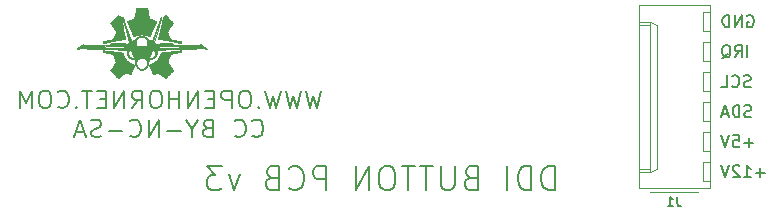
<source format=gbr>
G04 #@! TF.GenerationSoftware,KiCad,Pcbnew,(5.1.9)-1*
G04 #@! TF.CreationDate,2021-08-15T10:09:09-06:00*
G04 #@! TF.ProjectId,Buttons_DDI,42757474-6f6e-4735-9f44-44492e6b6963,rev?*
G04 #@! TF.SameCoordinates,Original*
G04 #@! TF.FileFunction,Legend,Bot*
G04 #@! TF.FilePolarity,Positive*
%FSLAX46Y46*%
G04 Gerber Fmt 4.6, Leading zero omitted, Abs format (unit mm)*
G04 Created by KiCad (PCBNEW (5.1.9)-1) date 2021-08-15 10:09:09*
%MOMM*%
%LPD*%
G01*
G04 APERTURE LIST*
%ADD10C,0.200000*%
%ADD11C,0.150000*%
%ADD12C,0.010000*%
%ADD13C,0.120000*%
G04 APERTURE END LIST*
D10*
X218634592Y218305802D02*
X218634592Y220305802D01*
X218158402Y220305802D01*
X217872687Y220210564D01*
X217682211Y220020087D01*
X217586973Y219829611D01*
X217491735Y219448659D01*
X217491735Y219162944D01*
X217586973Y218781992D01*
X217682211Y218591516D01*
X217872687Y218401040D01*
X218158402Y218305802D01*
X218634592Y218305802D01*
X216634592Y218305802D02*
X216634592Y220305802D01*
X216158402Y220305802D01*
X215872687Y220210564D01*
X215682211Y220020087D01*
X215586973Y219829611D01*
X215491735Y219448659D01*
X215491735Y219162944D01*
X215586973Y218781992D01*
X215682211Y218591516D01*
X215872687Y218401040D01*
X216158402Y218305802D01*
X216634592Y218305802D01*
X214634592Y218305802D02*
X214634592Y220305802D01*
X211491735Y219353421D02*
X211206021Y219258183D01*
X211110783Y219162944D01*
X211015545Y218972468D01*
X211015545Y218686754D01*
X211110783Y218496278D01*
X211206021Y218401040D01*
X211396497Y218305802D01*
X212158402Y218305802D01*
X212158402Y220305802D01*
X211491735Y220305802D01*
X211301259Y220210564D01*
X211206021Y220115325D01*
X211110783Y219924849D01*
X211110783Y219734373D01*
X211206021Y219543897D01*
X211301259Y219448659D01*
X211491735Y219353421D01*
X212158402Y219353421D01*
X210158402Y220305802D02*
X210158402Y218686754D01*
X210063164Y218496278D01*
X209967926Y218401040D01*
X209777449Y218305802D01*
X209396497Y218305802D01*
X209206021Y218401040D01*
X209110783Y218496278D01*
X209015545Y218686754D01*
X209015545Y220305802D01*
X208348878Y220305802D02*
X207206021Y220305802D01*
X207777449Y218305802D02*
X207777449Y220305802D01*
X206825068Y220305802D02*
X205682211Y220305802D01*
X206253640Y218305802D02*
X206253640Y220305802D01*
X204634592Y220305802D02*
X204253640Y220305802D01*
X204063164Y220210564D01*
X203872687Y220020087D01*
X203777449Y219639135D01*
X203777449Y218972468D01*
X203872687Y218591516D01*
X204063164Y218401040D01*
X204253640Y218305802D01*
X204634592Y218305802D01*
X204825068Y218401040D01*
X205015545Y218591516D01*
X205110783Y218972468D01*
X205110783Y219639135D01*
X205015545Y220020087D01*
X204825068Y220210564D01*
X204634592Y220305802D01*
X202920306Y218305802D02*
X202920306Y220305802D01*
X201777449Y218305802D01*
X201777449Y220305802D01*
X199301259Y218305802D02*
X199301259Y220305802D01*
X198539354Y220305802D01*
X198348878Y220210564D01*
X198253640Y220115325D01*
X198158402Y219924849D01*
X198158402Y219639135D01*
X198253640Y219448659D01*
X198348878Y219353421D01*
X198539354Y219258183D01*
X199301259Y219258183D01*
X196158402Y218496278D02*
X196253640Y218401040D01*
X196539354Y218305802D01*
X196729830Y218305802D01*
X197015545Y218401040D01*
X197206021Y218591516D01*
X197301259Y218781992D01*
X197396497Y219162944D01*
X197396497Y219448659D01*
X197301259Y219829611D01*
X197206021Y220020087D01*
X197015545Y220210564D01*
X196729830Y220305802D01*
X196539354Y220305802D01*
X196253640Y220210564D01*
X196158402Y220115325D01*
X194634592Y219353421D02*
X194348878Y219258183D01*
X194253640Y219162944D01*
X194158402Y218972468D01*
X194158402Y218686754D01*
X194253640Y218496278D01*
X194348878Y218401040D01*
X194539354Y218305802D01*
X195301259Y218305802D01*
X195301259Y220305802D01*
X194634592Y220305802D01*
X194444116Y220210564D01*
X194348878Y220115325D01*
X194253640Y219924849D01*
X194253640Y219734373D01*
X194348878Y219543897D01*
X194444116Y219448659D01*
X194634592Y219353421D01*
X195301259Y219353421D01*
X191967926Y219639135D02*
X191491735Y218305802D01*
X191015545Y219639135D01*
X190444116Y220305802D02*
X189206021Y220305802D01*
X189872687Y219543897D01*
X189586973Y219543897D01*
X189396497Y219448659D01*
X189301259Y219353421D01*
X189206021Y219162944D01*
X189206021Y218686754D01*
X189301259Y218496278D01*
X189396497Y218401040D01*
X189586973Y218305802D01*
X190158402Y218305802D01*
X190348878Y218401040D01*
X190444116Y218496278D01*
X198849454Y226717992D02*
X198492311Y225217992D01*
X198206597Y226289421D01*
X197920883Y225217992D01*
X197563740Y226717992D01*
X197135168Y226717992D02*
X196778026Y225217992D01*
X196492311Y226289421D01*
X196206597Y225217992D01*
X195849454Y226717992D01*
X195420883Y226717992D02*
X195063740Y225217992D01*
X194778026Y226289421D01*
X194492311Y225217992D01*
X194135168Y226717992D01*
X193563740Y225360849D02*
X193492311Y225289421D01*
X193563740Y225217992D01*
X193635168Y225289421D01*
X193563740Y225360849D01*
X193563740Y225217992D01*
X192563740Y226717992D02*
X192278026Y226717992D01*
X192135168Y226646564D01*
X191992311Y226503706D01*
X191920883Y226217992D01*
X191920883Y225717992D01*
X191992311Y225432278D01*
X192135168Y225289421D01*
X192278026Y225217992D01*
X192563740Y225217992D01*
X192706597Y225289421D01*
X192849454Y225432278D01*
X192920883Y225717992D01*
X192920883Y226217992D01*
X192849454Y226503706D01*
X192706597Y226646564D01*
X192563740Y226717992D01*
X191278026Y225217992D02*
X191278026Y226717992D01*
X190706597Y226717992D01*
X190563740Y226646564D01*
X190492311Y226575135D01*
X190420883Y226432278D01*
X190420883Y226217992D01*
X190492311Y226075135D01*
X190563740Y226003706D01*
X190706597Y225932278D01*
X191278026Y225932278D01*
X189778026Y226003706D02*
X189278026Y226003706D01*
X189063740Y225217992D02*
X189778026Y225217992D01*
X189778026Y226717992D01*
X189063740Y226717992D01*
X188420883Y225217992D02*
X188420883Y226717992D01*
X187563740Y225217992D01*
X187563740Y226717992D01*
X186849454Y225217992D02*
X186849454Y226717992D01*
X186849454Y226003706D02*
X185992311Y226003706D01*
X185992311Y225217992D02*
X185992311Y226717992D01*
X184992311Y226717992D02*
X184706597Y226717992D01*
X184563740Y226646564D01*
X184420883Y226503706D01*
X184349454Y226217992D01*
X184349454Y225717992D01*
X184420883Y225432278D01*
X184563740Y225289421D01*
X184706597Y225217992D01*
X184992311Y225217992D01*
X185135168Y225289421D01*
X185278026Y225432278D01*
X185349454Y225717992D01*
X185349454Y226217992D01*
X185278026Y226503706D01*
X185135168Y226646564D01*
X184992311Y226717992D01*
X182849454Y225217992D02*
X183349454Y225932278D01*
X183706597Y225217992D02*
X183706597Y226717992D01*
X183135168Y226717992D01*
X182992311Y226646564D01*
X182920883Y226575135D01*
X182849454Y226432278D01*
X182849454Y226217992D01*
X182920883Y226075135D01*
X182992311Y226003706D01*
X183135168Y225932278D01*
X183706597Y225932278D01*
X182206597Y225217992D02*
X182206597Y226717992D01*
X181349454Y225217992D01*
X181349454Y226717992D01*
X180635168Y226003706D02*
X180135168Y226003706D01*
X179920883Y225217992D02*
X180635168Y225217992D01*
X180635168Y226717992D01*
X179920883Y226717992D01*
X179492311Y226717992D02*
X178635168Y226717992D01*
X179063740Y225217992D02*
X179063740Y226717992D01*
X178135168Y225360849D02*
X178063740Y225289421D01*
X178135168Y225217992D01*
X178206597Y225289421D01*
X178135168Y225360849D01*
X178135168Y225217992D01*
X176563740Y225360849D02*
X176635168Y225289421D01*
X176849454Y225217992D01*
X176992311Y225217992D01*
X177206597Y225289421D01*
X177349454Y225432278D01*
X177420883Y225575135D01*
X177492311Y225860849D01*
X177492311Y226075135D01*
X177420883Y226360849D01*
X177349454Y226503706D01*
X177206597Y226646564D01*
X176992311Y226717992D01*
X176849454Y226717992D01*
X176635168Y226646564D01*
X176563740Y226575135D01*
X175635168Y226717992D02*
X175349454Y226717992D01*
X175206597Y226646564D01*
X175063740Y226503706D01*
X174992311Y226217992D01*
X174992311Y225717992D01*
X175063740Y225432278D01*
X175206597Y225289421D01*
X175349454Y225217992D01*
X175635168Y225217992D01*
X175778026Y225289421D01*
X175920883Y225432278D01*
X175992311Y225717992D01*
X175992311Y226217992D01*
X175920883Y226503706D01*
X175778026Y226646564D01*
X175635168Y226717992D01*
X174349454Y225217992D02*
X174349454Y226717992D01*
X173849454Y225646564D01*
X173349454Y226717992D01*
X173349454Y225217992D01*
X193028026Y222910849D02*
X193099454Y222839421D01*
X193313740Y222767992D01*
X193456597Y222767992D01*
X193670883Y222839421D01*
X193813740Y222982278D01*
X193885168Y223125135D01*
X193956597Y223410849D01*
X193956597Y223625135D01*
X193885168Y223910849D01*
X193813740Y224053706D01*
X193670883Y224196564D01*
X193456597Y224267992D01*
X193313740Y224267992D01*
X193099454Y224196564D01*
X193028026Y224125135D01*
X191528026Y222910849D02*
X191599454Y222839421D01*
X191813740Y222767992D01*
X191956597Y222767992D01*
X192170883Y222839421D01*
X192313740Y222982278D01*
X192385168Y223125135D01*
X192456597Y223410849D01*
X192456597Y223625135D01*
X192385168Y223910849D01*
X192313740Y224053706D01*
X192170883Y224196564D01*
X191956597Y224267992D01*
X191813740Y224267992D01*
X191599454Y224196564D01*
X191528026Y224125135D01*
X189242311Y223553706D02*
X189028026Y223482278D01*
X188956597Y223410849D01*
X188885168Y223267992D01*
X188885168Y223053706D01*
X188956597Y222910849D01*
X189028026Y222839421D01*
X189170883Y222767992D01*
X189742311Y222767992D01*
X189742311Y224267992D01*
X189242311Y224267992D01*
X189099454Y224196564D01*
X189028026Y224125135D01*
X188956597Y223982278D01*
X188956597Y223839421D01*
X189028026Y223696564D01*
X189099454Y223625135D01*
X189242311Y223553706D01*
X189742311Y223553706D01*
X187956597Y223482278D02*
X187956597Y222767992D01*
X188456597Y224267992D02*
X187956597Y223482278D01*
X187456597Y224267992D01*
X186956597Y223339421D02*
X185813740Y223339421D01*
X185099454Y222767992D02*
X185099454Y224267992D01*
X184242311Y222767992D01*
X184242311Y224267992D01*
X182670883Y222910849D02*
X182742311Y222839421D01*
X182956597Y222767992D01*
X183099454Y222767992D01*
X183313740Y222839421D01*
X183456597Y222982278D01*
X183528026Y223125135D01*
X183599454Y223410849D01*
X183599454Y223625135D01*
X183528026Y223910849D01*
X183456597Y224053706D01*
X183313740Y224196564D01*
X183099454Y224267992D01*
X182956597Y224267992D01*
X182742311Y224196564D01*
X182670883Y224125135D01*
X182028026Y223339421D02*
X180885168Y223339421D01*
X180242311Y222839421D02*
X180028026Y222767992D01*
X179670883Y222767992D01*
X179528026Y222839421D01*
X179456597Y222910849D01*
X179385168Y223053706D01*
X179385168Y223196564D01*
X179456597Y223339421D01*
X179528026Y223410849D01*
X179670883Y223482278D01*
X179956597Y223553706D01*
X180099454Y223625135D01*
X180170883Y223696564D01*
X180242311Y223839421D01*
X180242311Y223982278D01*
X180170883Y224125135D01*
X180099454Y224196564D01*
X179956597Y224267992D01*
X179599454Y224267992D01*
X179385168Y224196564D01*
X178813740Y223196564D02*
X178099454Y223196564D01*
X178956597Y222767992D02*
X178456597Y224267992D01*
X177956597Y222767992D01*
D11*
X236402330Y219774135D02*
X235640426Y219774135D01*
X236021378Y219393183D02*
X236021378Y220155087D01*
X234640426Y219393183D02*
X235211854Y219393183D01*
X234926140Y219393183D02*
X234926140Y220393183D01*
X235021378Y220250325D01*
X235116616Y220155087D01*
X235211854Y220107468D01*
X234259473Y220297944D02*
X234211854Y220345564D01*
X234116616Y220393183D01*
X233878521Y220393183D01*
X233783283Y220345564D01*
X233735664Y220297944D01*
X233688045Y220202706D01*
X233688045Y220107468D01*
X233735664Y219964611D01*
X234307092Y219393183D01*
X233688045Y219393183D01*
X233402330Y220393183D02*
X233068997Y219393183D01*
X232735664Y220393183D01*
X235449949Y222314135D02*
X234688045Y222314135D01*
X235068997Y221933183D02*
X235068997Y222695087D01*
X233735664Y222933183D02*
X234211854Y222933183D01*
X234259473Y222456992D01*
X234211854Y222504611D01*
X234116616Y222552230D01*
X233878521Y222552230D01*
X233783283Y222504611D01*
X233735664Y222456992D01*
X233688045Y222361754D01*
X233688045Y222123659D01*
X233735664Y222028421D01*
X233783283Y221980802D01*
X233878521Y221933183D01*
X234116616Y221933183D01*
X234211854Y221980802D01*
X234259473Y222028421D01*
X233402330Y222933183D02*
X233068997Y221933183D01*
X232735664Y222933183D01*
X235259473Y224520802D02*
X235116616Y224473183D01*
X234878521Y224473183D01*
X234783283Y224520802D01*
X234735664Y224568421D01*
X234688045Y224663659D01*
X234688045Y224758897D01*
X234735664Y224854135D01*
X234783283Y224901754D01*
X234878521Y224949373D01*
X235068997Y224996992D01*
X235164235Y225044611D01*
X235211854Y225092230D01*
X235259473Y225187468D01*
X235259473Y225282706D01*
X235211854Y225377944D01*
X235164235Y225425564D01*
X235068997Y225473183D01*
X234830902Y225473183D01*
X234688045Y225425564D01*
X234259473Y224473183D02*
X234259473Y225473183D01*
X234021378Y225473183D01*
X233878521Y225425564D01*
X233783283Y225330325D01*
X233735664Y225235087D01*
X233688045Y225044611D01*
X233688045Y224901754D01*
X233735664Y224711278D01*
X233783283Y224616040D01*
X233878521Y224520802D01*
X234021378Y224473183D01*
X234259473Y224473183D01*
X233307092Y224758897D02*
X232830902Y224758897D01*
X233402330Y224473183D02*
X233068997Y225473183D01*
X232735664Y224473183D01*
X235211854Y227060802D02*
X235068997Y227013183D01*
X234830902Y227013183D01*
X234735664Y227060802D01*
X234688045Y227108421D01*
X234640426Y227203659D01*
X234640426Y227298897D01*
X234688045Y227394135D01*
X234735664Y227441754D01*
X234830902Y227489373D01*
X235021378Y227536992D01*
X235116616Y227584611D01*
X235164235Y227632230D01*
X235211854Y227727468D01*
X235211854Y227822706D01*
X235164235Y227917944D01*
X235116616Y227965564D01*
X235021378Y228013183D01*
X234783283Y228013183D01*
X234640426Y227965564D01*
X233640426Y227108421D02*
X233688045Y227060802D01*
X233830902Y227013183D01*
X233926140Y227013183D01*
X234068997Y227060802D01*
X234164235Y227156040D01*
X234211854Y227251278D01*
X234259473Y227441754D01*
X234259473Y227584611D01*
X234211854Y227775087D01*
X234164235Y227870325D01*
X234068997Y227965564D01*
X233926140Y228013183D01*
X233830902Y228013183D01*
X233688045Y227965564D01*
X233640426Y227917944D01*
X232735664Y227013183D02*
X233211854Y227013183D01*
X233211854Y228013183D01*
X234926140Y233045564D02*
X235021378Y233093183D01*
X235164235Y233093183D01*
X235307092Y233045564D01*
X235402330Y232950325D01*
X235449949Y232855087D01*
X235497568Y232664611D01*
X235497568Y232521754D01*
X235449949Y232331278D01*
X235402330Y232236040D01*
X235307092Y232140802D01*
X235164235Y232093183D01*
X235068997Y232093183D01*
X234926140Y232140802D01*
X234878521Y232188421D01*
X234878521Y232521754D01*
X235068997Y232521754D01*
X234449949Y232093183D02*
X234449949Y233093183D01*
X233878521Y232093183D01*
X233878521Y233093183D01*
X233402330Y232093183D02*
X233402330Y233093183D01*
X233164235Y233093183D01*
X233021378Y233045564D01*
X232926140Y232950325D01*
X232878521Y232855087D01*
X232830902Y232664611D01*
X232830902Y232521754D01*
X232878521Y232331278D01*
X232926140Y232236040D01*
X233021378Y232140802D01*
X233164235Y232093183D01*
X233402330Y232093183D01*
X234926140Y229553183D02*
X234926140Y230553183D01*
X233878521Y229553183D02*
X234211854Y230029373D01*
X234449949Y229553183D02*
X234449949Y230553183D01*
X234068997Y230553183D01*
X233973759Y230505564D01*
X233926140Y230457944D01*
X233878521Y230362706D01*
X233878521Y230219849D01*
X233926140Y230124611D01*
X233973759Y230076992D01*
X234068997Y230029373D01*
X234449949Y230029373D01*
X232783283Y229457944D02*
X232878521Y229505564D01*
X232973759Y229600802D01*
X233116616Y229743659D01*
X233211854Y229791278D01*
X233307092Y229791278D01*
X233259473Y229553183D02*
X233354711Y229600802D01*
X233449949Y229696040D01*
X233497568Y229886516D01*
X233497568Y230219849D01*
X233449949Y230410325D01*
X233354711Y230505564D01*
X233259473Y230553183D01*
X233068997Y230553183D01*
X232973759Y230505564D01*
X232878521Y230410325D01*
X232830902Y230219849D01*
X232830902Y229886516D01*
X232878521Y229696040D01*
X232973759Y229600802D01*
X233068997Y229553183D01*
X233259473Y229553183D01*
D12*
G36*
X186946796Y230122395D02*
G01*
X186933983Y230121026D01*
X186913752Y230118811D01*
X186886600Y230115809D01*
X186853023Y230112075D01*
X186813520Y230107665D01*
X186768586Y230102635D01*
X186718719Y230097042D01*
X186664417Y230090942D01*
X186606175Y230084391D01*
X186544492Y230077446D01*
X186479864Y230070162D01*
X186412788Y230062596D01*
X186343761Y230054804D01*
X186273281Y230046843D01*
X186201845Y230038768D01*
X186129948Y230030636D01*
X186058090Y230022503D01*
X185986766Y230014425D01*
X185916474Y230006459D01*
X185847710Y229998660D01*
X185780973Y229991086D01*
X185716758Y229983791D01*
X185655563Y229976833D01*
X185597885Y229970268D01*
X185544221Y229964151D01*
X185495068Y229958540D01*
X185450924Y229953490D01*
X185412284Y229949058D01*
X185379647Y229945299D01*
X185353510Y229942271D01*
X185334368Y229940028D01*
X185322720Y229938629D01*
X185319664Y229938235D01*
X185308103Y229935777D01*
X185302315Y229931414D01*
X185299726Y229923806D01*
X185297479Y229917393D01*
X185292088Y229904166D01*
X185283946Y229885001D01*
X185273448Y229860774D01*
X185260988Y229832364D01*
X185246960Y229800647D01*
X185231758Y229766499D01*
X185215776Y229730798D01*
X185199409Y229694420D01*
X185183051Y229658243D01*
X185167097Y229623142D01*
X185151939Y229589996D01*
X185137973Y229559681D01*
X185125593Y229533074D01*
X185115193Y229511051D01*
X185107167Y229494490D01*
X185103233Y229486732D01*
X185082362Y229451397D01*
X185055747Y229413233D01*
X185024825Y229373894D01*
X184991036Y229335034D01*
X184955819Y229298305D01*
X184920611Y229265362D01*
X184886852Y229237856D01*
X184886359Y229237490D01*
X184878741Y229232418D01*
X184864520Y229223531D01*
X184844419Y229211256D01*
X184819164Y229196019D01*
X184789480Y229178245D01*
X184756091Y229158360D01*
X184719723Y229136789D01*
X184681100Y229113959D01*
X184640947Y229090295D01*
X184599989Y229066223D01*
X184558950Y229042168D01*
X184518556Y229018556D01*
X184479532Y228995814D01*
X184442601Y228974366D01*
X184408490Y228954639D01*
X184377922Y228937058D01*
X184351624Y228922049D01*
X184330318Y228910038D01*
X184314732Y228901450D01*
X184309453Y228898647D01*
X184290585Y228888848D01*
X184450874Y228501498D01*
X184479332Y228432870D01*
X184505446Y228370195D01*
X184529127Y228313675D01*
X184550288Y228263516D01*
X184568842Y228219922D01*
X184584700Y228183097D01*
X184597776Y228153244D01*
X184607981Y228130569D01*
X184615228Y228115275D01*
X184619431Y228107567D01*
X184620113Y228106739D01*
X184630993Y228101022D01*
X184639922Y228099331D01*
X184645950Y228101278D01*
X184658566Y228106835D01*
X184676914Y228115577D01*
X184700139Y228127078D01*
X184727384Y228140912D01*
X184757795Y228156654D01*
X184790517Y228173877D01*
X184801583Y228179764D01*
X184840820Y228200639D01*
X184873378Y228217782D01*
X184900016Y228231503D01*
X184921494Y228242116D01*
X184938572Y228249931D01*
X184952010Y228255258D01*
X184962566Y228258410D01*
X184971002Y228259698D01*
X184978076Y228259433D01*
X184984548Y228257925D01*
X184988742Y228256446D01*
X184993586Y228253550D01*
X185004903Y228246193D01*
X185022191Y228234713D01*
X185044950Y228219451D01*
X185072678Y228200745D01*
X185104875Y228178936D01*
X185141039Y228154363D01*
X185180670Y228127365D01*
X185223266Y228098282D01*
X185268326Y228067454D01*
X185315349Y228035219D01*
X185326092Y228027846D01*
X185382248Y227989301D01*
X185431858Y227955279D01*
X185475360Y227925514D01*
X185513190Y227899743D01*
X185545785Y227877698D01*
X185573583Y227859116D01*
X185597020Y227843731D01*
X185616533Y227831278D01*
X185632560Y227821491D01*
X185645536Y227814106D01*
X185655900Y227808856D01*
X185664089Y227805478D01*
X185670538Y227803705D01*
X185675686Y227803273D01*
X185679969Y227803916D01*
X185683824Y227805369D01*
X185687689Y227807367D01*
X185688576Y227807849D01*
X185693115Y227811666D01*
X185703109Y227821000D01*
X185718058Y227835352D01*
X185737464Y227854224D01*
X185760830Y227877117D01*
X185787656Y227903533D01*
X185817445Y227932974D01*
X185849698Y227964942D01*
X185883916Y227998937D01*
X185919601Y228034463D01*
X185956256Y228071020D01*
X185993381Y228108111D01*
X186030479Y228145236D01*
X186067050Y228181899D01*
X186102597Y228217599D01*
X186136621Y228251840D01*
X186168625Y228284122D01*
X186198108Y228313948D01*
X186224574Y228340819D01*
X186247524Y228364237D01*
X186266460Y228383704D01*
X186280882Y228398720D01*
X186290294Y228408789D01*
X186294196Y228413411D01*
X186294215Y228413446D01*
X186298391Y228422695D01*
X186300200Y228431610D01*
X186299211Y228441361D01*
X186294987Y228453119D01*
X186287095Y228468055D01*
X186275100Y228487339D01*
X186258569Y228512142D01*
X186256446Y228515271D01*
X186246809Y228529416D01*
X186232871Y228549819D01*
X186215125Y228575757D01*
X186194066Y228606509D01*
X186170187Y228641356D01*
X186143982Y228679577D01*
X186115947Y228720449D01*
X186086574Y228763253D01*
X186056359Y228807268D01*
X186029405Y228846514D01*
X186000024Y228889355D01*
X185971950Y228930420D01*
X185945568Y228969137D01*
X185921262Y229004938D01*
X185899416Y229037252D01*
X185880415Y229065508D01*
X185864643Y229089137D01*
X185852485Y229107569D01*
X185844325Y229120233D01*
X185840547Y229126559D01*
X185840419Y229126837D01*
X185836317Y229139928D01*
X185834626Y229152117D01*
X185836190Y229158225D01*
X185840690Y229171439D01*
X185847835Y229191034D01*
X185857336Y229216289D01*
X185868903Y229246480D01*
X185882245Y229280885D01*
X185897072Y229318781D01*
X185913096Y229359444D01*
X185930025Y229402152D01*
X185947570Y229446182D01*
X185965441Y229490811D01*
X185983347Y229535315D01*
X186001000Y229578973D01*
X186018108Y229621061D01*
X186034382Y229660855D01*
X186049533Y229697634D01*
X186063269Y229730674D01*
X186075302Y229759253D01*
X186085340Y229782647D01*
X186093095Y229800133D01*
X186098276Y229810989D01*
X186100187Y229814221D01*
X186108948Y229823469D01*
X186116783Y229829921D01*
X186117738Y229830486D01*
X186122823Y229831779D01*
X186135654Y229834495D01*
X186155651Y229838522D01*
X186182232Y229843750D01*
X186214819Y229850067D01*
X186252829Y229857361D01*
X186295683Y229865522D01*
X186342801Y229874438D01*
X186393601Y229883999D01*
X186447504Y229894092D01*
X186503929Y229904607D01*
X186526857Y229908866D01*
X186600131Y229922502D01*
X186665361Y229934723D01*
X186722840Y229945588D01*
X186772860Y229955156D01*
X186815715Y229963485D01*
X186851698Y229970633D01*
X186881101Y229976659D01*
X186904219Y229981622D01*
X186921344Y229985579D01*
X186932769Y229988589D01*
X186938788Y229990710D01*
X186939526Y229991140D01*
X186947826Y229998243D01*
X186953659Y230006601D01*
X186957439Y230017782D01*
X186959580Y230033352D01*
X186960496Y230054878D01*
X186960630Y230071006D01*
X186960589Y230092684D01*
X186960243Y230107290D01*
X186959352Y230116217D01*
X186957677Y230120858D01*
X186954976Y230122609D01*
X186951693Y230122865D01*
X186946796Y230122395D01*
G37*
X186946796Y230122395D02*
X186933983Y230121026D01*
X186913752Y230118811D01*
X186886600Y230115809D01*
X186853023Y230112075D01*
X186813520Y230107665D01*
X186768586Y230102635D01*
X186718719Y230097042D01*
X186664417Y230090942D01*
X186606175Y230084391D01*
X186544492Y230077446D01*
X186479864Y230070162D01*
X186412788Y230062596D01*
X186343761Y230054804D01*
X186273281Y230046843D01*
X186201845Y230038768D01*
X186129948Y230030636D01*
X186058090Y230022503D01*
X185986766Y230014425D01*
X185916474Y230006459D01*
X185847710Y229998660D01*
X185780973Y229991086D01*
X185716758Y229983791D01*
X185655563Y229976833D01*
X185597885Y229970268D01*
X185544221Y229964151D01*
X185495068Y229958540D01*
X185450924Y229953490D01*
X185412284Y229949058D01*
X185379647Y229945299D01*
X185353510Y229942271D01*
X185334368Y229940028D01*
X185322720Y229938629D01*
X185319664Y229938235D01*
X185308103Y229935777D01*
X185302315Y229931414D01*
X185299726Y229923806D01*
X185297479Y229917393D01*
X185292088Y229904166D01*
X185283946Y229885001D01*
X185273448Y229860774D01*
X185260988Y229832364D01*
X185246960Y229800647D01*
X185231758Y229766499D01*
X185215776Y229730798D01*
X185199409Y229694420D01*
X185183051Y229658243D01*
X185167097Y229623142D01*
X185151939Y229589996D01*
X185137973Y229559681D01*
X185125593Y229533074D01*
X185115193Y229511051D01*
X185107167Y229494490D01*
X185103233Y229486732D01*
X185082362Y229451397D01*
X185055747Y229413233D01*
X185024825Y229373894D01*
X184991036Y229335034D01*
X184955819Y229298305D01*
X184920611Y229265362D01*
X184886852Y229237856D01*
X184886359Y229237490D01*
X184878741Y229232418D01*
X184864520Y229223531D01*
X184844419Y229211256D01*
X184819164Y229196019D01*
X184789480Y229178245D01*
X184756091Y229158360D01*
X184719723Y229136789D01*
X184681100Y229113959D01*
X184640947Y229090295D01*
X184599989Y229066223D01*
X184558950Y229042168D01*
X184518556Y229018556D01*
X184479532Y228995814D01*
X184442601Y228974366D01*
X184408490Y228954639D01*
X184377922Y228937058D01*
X184351624Y228922049D01*
X184330318Y228910038D01*
X184314732Y228901450D01*
X184309453Y228898647D01*
X184290585Y228888848D01*
X184450874Y228501498D01*
X184479332Y228432870D01*
X184505446Y228370195D01*
X184529127Y228313675D01*
X184550288Y228263516D01*
X184568842Y228219922D01*
X184584700Y228183097D01*
X184597776Y228153244D01*
X184607981Y228130569D01*
X184615228Y228115275D01*
X184619431Y228107567D01*
X184620113Y228106739D01*
X184630993Y228101022D01*
X184639922Y228099331D01*
X184645950Y228101278D01*
X184658566Y228106835D01*
X184676914Y228115577D01*
X184700139Y228127078D01*
X184727384Y228140912D01*
X184757795Y228156654D01*
X184790517Y228173877D01*
X184801583Y228179764D01*
X184840820Y228200639D01*
X184873378Y228217782D01*
X184900016Y228231503D01*
X184921494Y228242116D01*
X184938572Y228249931D01*
X184952010Y228255258D01*
X184962566Y228258410D01*
X184971002Y228259698D01*
X184978076Y228259433D01*
X184984548Y228257925D01*
X184988742Y228256446D01*
X184993586Y228253550D01*
X185004903Y228246193D01*
X185022191Y228234713D01*
X185044950Y228219451D01*
X185072678Y228200745D01*
X185104875Y228178936D01*
X185141039Y228154363D01*
X185180670Y228127365D01*
X185223266Y228098282D01*
X185268326Y228067454D01*
X185315349Y228035219D01*
X185326092Y228027846D01*
X185382248Y227989301D01*
X185431858Y227955279D01*
X185475360Y227925514D01*
X185513190Y227899743D01*
X185545785Y227877698D01*
X185573583Y227859116D01*
X185597020Y227843731D01*
X185616533Y227831278D01*
X185632560Y227821491D01*
X185645536Y227814106D01*
X185655900Y227808856D01*
X185664089Y227805478D01*
X185670538Y227803705D01*
X185675686Y227803273D01*
X185679969Y227803916D01*
X185683824Y227805369D01*
X185687689Y227807367D01*
X185688576Y227807849D01*
X185693115Y227811666D01*
X185703109Y227821000D01*
X185718058Y227835352D01*
X185737464Y227854224D01*
X185760830Y227877117D01*
X185787656Y227903533D01*
X185817445Y227932974D01*
X185849698Y227964942D01*
X185883916Y227998937D01*
X185919601Y228034463D01*
X185956256Y228071020D01*
X185993381Y228108111D01*
X186030479Y228145236D01*
X186067050Y228181899D01*
X186102597Y228217599D01*
X186136621Y228251840D01*
X186168625Y228284122D01*
X186198108Y228313948D01*
X186224574Y228340819D01*
X186247524Y228364237D01*
X186266460Y228383704D01*
X186280882Y228398720D01*
X186290294Y228408789D01*
X186294196Y228413411D01*
X186294215Y228413446D01*
X186298391Y228422695D01*
X186300200Y228431610D01*
X186299211Y228441361D01*
X186294987Y228453119D01*
X186287095Y228468055D01*
X186275100Y228487339D01*
X186258569Y228512142D01*
X186256446Y228515271D01*
X186246809Y228529416D01*
X186232871Y228549819D01*
X186215125Y228575757D01*
X186194066Y228606509D01*
X186170187Y228641356D01*
X186143982Y228679577D01*
X186115947Y228720449D01*
X186086574Y228763253D01*
X186056359Y228807268D01*
X186029405Y228846514D01*
X186000024Y228889355D01*
X185971950Y228930420D01*
X185945568Y228969137D01*
X185921262Y229004938D01*
X185899416Y229037252D01*
X185880415Y229065508D01*
X185864643Y229089137D01*
X185852485Y229107569D01*
X185844325Y229120233D01*
X185840547Y229126559D01*
X185840419Y229126837D01*
X185836317Y229139928D01*
X185834626Y229152117D01*
X185836190Y229158225D01*
X185840690Y229171439D01*
X185847835Y229191034D01*
X185857336Y229216289D01*
X185868903Y229246480D01*
X185882245Y229280885D01*
X185897072Y229318781D01*
X185913096Y229359444D01*
X185930025Y229402152D01*
X185947570Y229446182D01*
X185965441Y229490811D01*
X185983347Y229535315D01*
X186001000Y229578973D01*
X186018108Y229621061D01*
X186034382Y229660855D01*
X186049533Y229697634D01*
X186063269Y229730674D01*
X186075302Y229759253D01*
X186085340Y229782647D01*
X186093095Y229800133D01*
X186098276Y229810989D01*
X186100187Y229814221D01*
X186108948Y229823469D01*
X186116783Y229829921D01*
X186117738Y229830486D01*
X186122823Y229831779D01*
X186135654Y229834495D01*
X186155651Y229838522D01*
X186182232Y229843750D01*
X186214819Y229850067D01*
X186252829Y229857361D01*
X186295683Y229865522D01*
X186342801Y229874438D01*
X186393601Y229883999D01*
X186447504Y229894092D01*
X186503929Y229904607D01*
X186526857Y229908866D01*
X186600131Y229922502D01*
X186665361Y229934723D01*
X186722840Y229945588D01*
X186772860Y229955156D01*
X186815715Y229963485D01*
X186851698Y229970633D01*
X186881101Y229976659D01*
X186904219Y229981622D01*
X186921344Y229985579D01*
X186932769Y229988589D01*
X186938788Y229990710D01*
X186939526Y229991140D01*
X186947826Y229998243D01*
X186953659Y230006601D01*
X186957439Y230017782D01*
X186959580Y230033352D01*
X186960496Y230054878D01*
X186960630Y230071006D01*
X186960589Y230092684D01*
X186960243Y230107290D01*
X186959352Y230116217D01*
X186957677Y230120858D01*
X186954976Y230122609D01*
X186951693Y230122865D01*
X186946796Y230122395D01*
G36*
X180366629Y230122593D02*
G01*
X180363793Y230120818D01*
X180362099Y230116101D01*
X180361252Y230107003D01*
X180360959Y230092083D01*
X180360926Y230074045D01*
X180361622Y230045405D01*
X180363927Y230023885D01*
X180368167Y230008238D01*
X180374668Y229997215D01*
X180382797Y229990166D01*
X180388386Y229988452D01*
X180401776Y229985324D01*
X180422438Y229980888D01*
X180449845Y229975246D01*
X180483467Y229968503D01*
X180522776Y229960762D01*
X180567243Y229952129D01*
X180616340Y229942706D01*
X180669539Y229932597D01*
X180726311Y229921907D01*
X180786126Y229910740D01*
X180794458Y229909192D01*
X180851691Y229898538D01*
X180906627Y229888265D01*
X180958685Y229878482D01*
X181007286Y229869302D01*
X181051849Y229860835D01*
X181091795Y229853193D01*
X181126543Y229846487D01*
X181155513Y229840828D01*
X181178125Y229836326D01*
X181193799Y229833094D01*
X181201954Y229831243D01*
X181202975Y229830917D01*
X181207265Y229828289D01*
X181211472Y229824853D01*
X181215828Y229820097D01*
X181220564Y229813512D01*
X181225910Y229804587D01*
X181232099Y229792811D01*
X181239360Y229777673D01*
X181247925Y229758664D01*
X181258025Y229735273D01*
X181269891Y229706988D01*
X181283754Y229673300D01*
X181299845Y229633698D01*
X181318395Y229587671D01*
X181339634Y229534709D01*
X181359648Y229484677D01*
X181385916Y229418799D01*
X181408992Y229360565D01*
X181428944Y229309803D01*
X181445836Y229266341D01*
X181459733Y229230008D01*
X181470701Y229200633D01*
X181478805Y229178042D01*
X181484110Y229162066D01*
X181486683Y229152531D01*
X181486966Y229150244D01*
X181485250Y229136045D01*
X181481125Y229123251D01*
X181480826Y229122660D01*
X181477562Y229117484D01*
X181469857Y229105852D01*
X181458064Y229088285D01*
X181442537Y229065301D01*
X181423632Y229037424D01*
X181401701Y229005173D01*
X181377098Y228969069D01*
X181350179Y228929633D01*
X181321297Y228887385D01*
X181290806Y228842847D01*
X181262069Y228800926D01*
X181230227Y228754503D01*
X181199515Y228709724D01*
X181170303Y228667132D01*
X181142963Y228627266D01*
X181117866Y228590668D01*
X181095381Y228557878D01*
X181075881Y228529437D01*
X181059735Y228505886D01*
X181047316Y228487765D01*
X181038992Y228475616D01*
X181035376Y228470331D01*
X181024759Y228450999D01*
X181021326Y228434380D01*
X181021524Y228431701D01*
X181022345Y228428680D01*
X181024130Y228424961D01*
X181027218Y228420186D01*
X181031951Y228413999D01*
X181038667Y228406041D01*
X181047708Y228395957D01*
X181059413Y228383388D01*
X181074124Y228367977D01*
X181092179Y228349368D01*
X181113920Y228327202D01*
X181139687Y228301123D01*
X181169819Y228270774D01*
X181204658Y228235797D01*
X181244543Y228195834D01*
X181289815Y228150530D01*
X181329333Y228111005D01*
X181380228Y228060049D01*
X181425444Y228014713D01*
X181465364Y227974705D01*
X181500372Y227939734D01*
X181530850Y227909511D01*
X181557183Y227883743D01*
X181579753Y227862141D01*
X181598944Y227844413D01*
X181615140Y227830268D01*
X181628722Y227819416D01*
X181640076Y227811566D01*
X181649585Y227806427D01*
X181657631Y227803709D01*
X181664598Y227803119D01*
X181670869Y227804368D01*
X181676828Y227807165D01*
X181682859Y227811219D01*
X181689343Y227816239D01*
X181696666Y227821934D01*
X181703699Y227826996D01*
X181712588Y227833074D01*
X181727866Y227843537D01*
X181748944Y227857982D01*
X181775229Y227876001D01*
X181806132Y227897191D01*
X181841061Y227921146D01*
X181879426Y227947460D01*
X181920635Y227975729D01*
X181964099Y228005548D01*
X182009225Y228036510D01*
X182034975Y228054180D01*
X182087721Y228090356D01*
X182133963Y228122019D01*
X182174160Y228149468D01*
X182208774Y228173003D01*
X182238266Y228192923D01*
X182263095Y228209527D01*
X182283724Y228223115D01*
X182300613Y228233986D01*
X182314223Y228242438D01*
X182325015Y228248773D01*
X182333449Y228253289D01*
X182339987Y228256285D01*
X182345089Y228258060D01*
X182349216Y228258915D01*
X182350358Y228259039D01*
X182355518Y228259269D01*
X182360958Y228258809D01*
X182367445Y228257303D01*
X182375747Y228254394D01*
X182386628Y228249729D01*
X182400857Y228242950D01*
X182419201Y228233702D01*
X182442426Y228221631D01*
X182471298Y228206380D01*
X182506585Y228187593D01*
X182520772Y228180021D01*
X182562120Y228158110D01*
X182598107Y228139385D01*
X182628368Y228124023D01*
X182652542Y228112204D01*
X182670266Y228104107D01*
X182681179Y228099912D01*
X182684076Y228099331D01*
X182697236Y228102948D01*
X182704903Y228108856D01*
X182707520Y228113827D01*
X182713132Y228126081D01*
X182721510Y228145072D01*
X182732425Y228170254D01*
X182745649Y228201081D01*
X182760951Y228237008D01*
X182778104Y228277489D01*
X182796877Y228321977D01*
X182817043Y228369928D01*
X182838371Y228420796D01*
X182860633Y228474033D01*
X182883599Y228529096D01*
X182907041Y228585437D01*
X182930730Y228642512D01*
X182954436Y228699774D01*
X182977930Y228756677D01*
X183000984Y228812676D01*
X183023368Y228867225D01*
X183030763Y228885290D01*
X183029093Y228890371D01*
X183025054Y228892649D01*
X183019075Y228895523D01*
X183006511Y228902318D01*
X182988051Y228912628D01*
X182964389Y228926048D01*
X182936217Y228942173D01*
X182904225Y228960598D01*
X182869106Y228980918D01*
X182831553Y229002727D01*
X182792256Y229025620D01*
X182751907Y229049193D01*
X182711199Y229073039D01*
X182670823Y229096754D01*
X182631472Y229119933D01*
X182593837Y229142171D01*
X182558609Y229163062D01*
X182526482Y229182201D01*
X182498146Y229199183D01*
X182474294Y229213603D01*
X182455617Y229225055D01*
X182442808Y229233136D01*
X182437481Y229236729D01*
X182403820Y229263786D01*
X182368280Y229296754D01*
X182332475Y229333833D01*
X182298019Y229373221D01*
X182266528Y229413119D01*
X182239616Y229451725D01*
X182228370Y229469999D01*
X182223438Y229479328D01*
X182215567Y229495321D01*
X182205167Y229517075D01*
X182192650Y229543687D01*
X182178424Y229574252D01*
X182162901Y229607867D01*
X182146492Y229643629D01*
X182129605Y229680634D01*
X182112653Y229717977D01*
X182096044Y229754757D01*
X182080189Y229790068D01*
X182065500Y229823008D01*
X182052385Y229852672D01*
X182041256Y229878158D01*
X182032523Y229898561D01*
X182026595Y229912978D01*
X182024041Y229919947D01*
X182020848Y229930275D01*
X182018853Y229936113D01*
X182018599Y229936598D01*
X182014414Y229937069D01*
X182002220Y229938451D01*
X181982422Y229940698D01*
X181955424Y229943765D01*
X181921629Y229947606D01*
X181881441Y229952173D01*
X181835264Y229957423D01*
X181783503Y229963308D01*
X181726561Y229969783D01*
X181664843Y229976801D01*
X181598751Y229984317D01*
X181528690Y229992286D01*
X181455065Y230000660D01*
X181378278Y230009395D01*
X181298735Y230018443D01*
X181216838Y230027760D01*
X181199510Y230029731D01*
X181117022Y230039110D01*
X181036715Y230048229D01*
X180959001Y230057043D01*
X180884289Y230065505D01*
X180812989Y230073570D01*
X180745512Y230081191D01*
X180682268Y230088322D01*
X180623667Y230094917D01*
X180570119Y230100930D01*
X180522035Y230106314D01*
X180479825Y230111025D01*
X180443899Y230115014D01*
X180414667Y230118238D01*
X180392540Y230120649D01*
X180377927Y230122201D01*
X180371239Y230122848D01*
X180370901Y230122865D01*
X180366629Y230122593D01*
G37*
X180366629Y230122593D02*
X180363793Y230120818D01*
X180362099Y230116101D01*
X180361252Y230107003D01*
X180360959Y230092083D01*
X180360926Y230074045D01*
X180361622Y230045405D01*
X180363927Y230023885D01*
X180368167Y230008238D01*
X180374668Y229997215D01*
X180382797Y229990166D01*
X180388386Y229988452D01*
X180401776Y229985324D01*
X180422438Y229980888D01*
X180449845Y229975246D01*
X180483467Y229968503D01*
X180522776Y229960762D01*
X180567243Y229952129D01*
X180616340Y229942706D01*
X180669539Y229932597D01*
X180726311Y229921907D01*
X180786126Y229910740D01*
X180794458Y229909192D01*
X180851691Y229898538D01*
X180906627Y229888265D01*
X180958685Y229878482D01*
X181007286Y229869302D01*
X181051849Y229860835D01*
X181091795Y229853193D01*
X181126543Y229846487D01*
X181155513Y229840828D01*
X181178125Y229836326D01*
X181193799Y229833094D01*
X181201954Y229831243D01*
X181202975Y229830917D01*
X181207265Y229828289D01*
X181211472Y229824853D01*
X181215828Y229820097D01*
X181220564Y229813512D01*
X181225910Y229804587D01*
X181232099Y229792811D01*
X181239360Y229777673D01*
X181247925Y229758664D01*
X181258025Y229735273D01*
X181269891Y229706988D01*
X181283754Y229673300D01*
X181299845Y229633698D01*
X181318395Y229587671D01*
X181339634Y229534709D01*
X181359648Y229484677D01*
X181385916Y229418799D01*
X181408992Y229360565D01*
X181428944Y229309803D01*
X181445836Y229266341D01*
X181459733Y229230008D01*
X181470701Y229200633D01*
X181478805Y229178042D01*
X181484110Y229162066D01*
X181486683Y229152531D01*
X181486966Y229150244D01*
X181485250Y229136045D01*
X181481125Y229123251D01*
X181480826Y229122660D01*
X181477562Y229117484D01*
X181469857Y229105852D01*
X181458064Y229088285D01*
X181442537Y229065301D01*
X181423632Y229037424D01*
X181401701Y229005173D01*
X181377098Y228969069D01*
X181350179Y228929633D01*
X181321297Y228887385D01*
X181290806Y228842847D01*
X181262069Y228800926D01*
X181230227Y228754503D01*
X181199515Y228709724D01*
X181170303Y228667132D01*
X181142963Y228627266D01*
X181117866Y228590668D01*
X181095381Y228557878D01*
X181075881Y228529437D01*
X181059735Y228505886D01*
X181047316Y228487765D01*
X181038992Y228475616D01*
X181035376Y228470331D01*
X181024759Y228450999D01*
X181021326Y228434380D01*
X181021524Y228431701D01*
X181022345Y228428680D01*
X181024130Y228424961D01*
X181027218Y228420186D01*
X181031951Y228413999D01*
X181038667Y228406041D01*
X181047708Y228395957D01*
X181059413Y228383388D01*
X181074124Y228367977D01*
X181092179Y228349368D01*
X181113920Y228327202D01*
X181139687Y228301123D01*
X181169819Y228270774D01*
X181204658Y228235797D01*
X181244543Y228195834D01*
X181289815Y228150530D01*
X181329333Y228111005D01*
X181380228Y228060049D01*
X181425444Y228014713D01*
X181465364Y227974705D01*
X181500372Y227939734D01*
X181530850Y227909511D01*
X181557183Y227883743D01*
X181579753Y227862141D01*
X181598944Y227844413D01*
X181615140Y227830268D01*
X181628722Y227819416D01*
X181640076Y227811566D01*
X181649585Y227806427D01*
X181657631Y227803709D01*
X181664598Y227803119D01*
X181670869Y227804368D01*
X181676828Y227807165D01*
X181682859Y227811219D01*
X181689343Y227816239D01*
X181696666Y227821934D01*
X181703699Y227826996D01*
X181712588Y227833074D01*
X181727866Y227843537D01*
X181748944Y227857982D01*
X181775229Y227876001D01*
X181806132Y227897191D01*
X181841061Y227921146D01*
X181879426Y227947460D01*
X181920635Y227975729D01*
X181964099Y228005548D01*
X182009225Y228036510D01*
X182034975Y228054180D01*
X182087721Y228090356D01*
X182133963Y228122019D01*
X182174160Y228149468D01*
X182208774Y228173003D01*
X182238266Y228192923D01*
X182263095Y228209527D01*
X182283724Y228223115D01*
X182300613Y228233986D01*
X182314223Y228242438D01*
X182325015Y228248773D01*
X182333449Y228253289D01*
X182339987Y228256285D01*
X182345089Y228258060D01*
X182349216Y228258915D01*
X182350358Y228259039D01*
X182355518Y228259269D01*
X182360958Y228258809D01*
X182367445Y228257303D01*
X182375747Y228254394D01*
X182386628Y228249729D01*
X182400857Y228242950D01*
X182419201Y228233702D01*
X182442426Y228221631D01*
X182471298Y228206380D01*
X182506585Y228187593D01*
X182520772Y228180021D01*
X182562120Y228158110D01*
X182598107Y228139385D01*
X182628368Y228124023D01*
X182652542Y228112204D01*
X182670266Y228104107D01*
X182681179Y228099912D01*
X182684076Y228099331D01*
X182697236Y228102948D01*
X182704903Y228108856D01*
X182707520Y228113827D01*
X182713132Y228126081D01*
X182721510Y228145072D01*
X182732425Y228170254D01*
X182745649Y228201081D01*
X182760951Y228237008D01*
X182778104Y228277489D01*
X182796877Y228321977D01*
X182817043Y228369928D01*
X182838371Y228420796D01*
X182860633Y228474033D01*
X182883599Y228529096D01*
X182907041Y228585437D01*
X182930730Y228642512D01*
X182954436Y228699774D01*
X182977930Y228756677D01*
X183000984Y228812676D01*
X183023368Y228867225D01*
X183030763Y228885290D01*
X183029093Y228890371D01*
X183025054Y228892649D01*
X183019075Y228895523D01*
X183006511Y228902318D01*
X182988051Y228912628D01*
X182964389Y228926048D01*
X182936217Y228942173D01*
X182904225Y228960598D01*
X182869106Y228980918D01*
X182831553Y229002727D01*
X182792256Y229025620D01*
X182751907Y229049193D01*
X182711199Y229073039D01*
X182670823Y229096754D01*
X182631472Y229119933D01*
X182593837Y229142171D01*
X182558609Y229163062D01*
X182526482Y229182201D01*
X182498146Y229199183D01*
X182474294Y229213603D01*
X182455617Y229225055D01*
X182442808Y229233136D01*
X182437481Y229236729D01*
X182403820Y229263786D01*
X182368280Y229296754D01*
X182332475Y229333833D01*
X182298019Y229373221D01*
X182266528Y229413119D01*
X182239616Y229451725D01*
X182228370Y229469999D01*
X182223438Y229479328D01*
X182215567Y229495321D01*
X182205167Y229517075D01*
X182192650Y229543687D01*
X182178424Y229574252D01*
X182162901Y229607867D01*
X182146492Y229643629D01*
X182129605Y229680634D01*
X182112653Y229717977D01*
X182096044Y229754757D01*
X182080189Y229790068D01*
X182065500Y229823008D01*
X182052385Y229852672D01*
X182041256Y229878158D01*
X182032523Y229898561D01*
X182026595Y229912978D01*
X182024041Y229919947D01*
X182020848Y229930275D01*
X182018853Y229936113D01*
X182018599Y229936598D01*
X182014414Y229937069D01*
X182002220Y229938451D01*
X181982422Y229940698D01*
X181955424Y229943765D01*
X181921629Y229947606D01*
X181881441Y229952173D01*
X181835264Y229957423D01*
X181783503Y229963308D01*
X181726561Y229969783D01*
X181664843Y229976801D01*
X181598751Y229984317D01*
X181528690Y229992286D01*
X181455065Y230000660D01*
X181378278Y230009395D01*
X181298735Y230018443D01*
X181216838Y230027760D01*
X181199510Y230029731D01*
X181117022Y230039110D01*
X181036715Y230048229D01*
X180959001Y230057043D01*
X180884289Y230065505D01*
X180812989Y230073570D01*
X180745512Y230081191D01*
X180682268Y230088322D01*
X180623667Y230094917D01*
X180570119Y230100930D01*
X180522035Y230106314D01*
X180479825Y230111025D01*
X180443899Y230115014D01*
X180414667Y230118238D01*
X180392540Y230120649D01*
X180377927Y230122201D01*
X180371239Y230122848D01*
X180370901Y230122865D01*
X180366629Y230122593D01*
G36*
X185270927Y232919622D02*
G01*
X185264588Y232916450D01*
X185260761Y232909270D01*
X185260552Y232908693D01*
X185258065Y232901720D01*
X185252902Y232887232D01*
X185245228Y232865691D01*
X185235207Y232837557D01*
X185223004Y232803293D01*
X185208783Y232763360D01*
X185192707Y232718218D01*
X185174942Y232668330D01*
X185155651Y232614157D01*
X185134999Y232556160D01*
X185113150Y232494800D01*
X185090268Y232430539D01*
X185066518Y232363839D01*
X185042064Y232295160D01*
X185017070Y232224964D01*
X184991700Y232153713D01*
X184966119Y232081868D01*
X184940492Y232009890D01*
X184914981Y231938240D01*
X184889752Y231867380D01*
X184864969Y231797772D01*
X184840796Y231729876D01*
X184817397Y231664154D01*
X184794937Y231601068D01*
X184773581Y231541079D01*
X184753491Y231484648D01*
X184734832Y231432236D01*
X184717770Y231384306D01*
X184702468Y231341317D01*
X184689089Y231303733D01*
X184677800Y231272014D01*
X184675340Y231265101D01*
X184657508Y231215015D01*
X184640498Y231167270D01*
X184624522Y231122463D01*
X184609792Y231081189D01*
X184596523Y231044042D01*
X184584926Y231011620D01*
X184575215Y230984516D01*
X184567603Y230963327D01*
X184562302Y230948647D01*
X184559525Y230941073D01*
X184559153Y230940137D01*
X184555076Y230940870D01*
X184546152Y230944088D01*
X184543592Y230945135D01*
X184526109Y230950720D01*
X184501541Y230956096D01*
X184471270Y230961090D01*
X184436678Y230965531D01*
X184399146Y230969247D01*
X184360057Y230972065D01*
X184320791Y230973814D01*
X184311308Y230974060D01*
X184266779Y230975038D01*
X184246354Y231009473D01*
X184221722Y231047789D01*
X184193159Y231086822D01*
X184162135Y231124856D01*
X184130124Y231160171D01*
X184098597Y231191050D01*
X184070587Y231214597D01*
X184041412Y231234147D01*
X184005438Y231253975D01*
X183964280Y231273416D01*
X183919553Y231291803D01*
X183872872Y231308471D01*
X183825851Y231322753D01*
X183782219Y231333531D01*
X183748506Y231339009D01*
X183709127Y231342470D01*
X183666640Y231343913D01*
X183623603Y231343339D01*
X183582573Y231340746D01*
X183546107Y231336136D01*
X183532453Y231333531D01*
X183480346Y231320495D01*
X183428301Y231304132D01*
X183377853Y231285096D01*
X183330539Y231264042D01*
X183287895Y231241624D01*
X183251456Y231218496D01*
X183236915Y231207571D01*
X183206269Y231180591D01*
X183174078Y231147912D01*
X183142102Y231111628D01*
X183112103Y231073835D01*
X183085841Y231036628D01*
X183066622Y231004950D01*
X183050231Y230975084D01*
X183002417Y230974043D01*
X182947139Y230971619D01*
X182893162Y230966915D01*
X182842313Y230960167D01*
X182796422Y230951612D01*
X182762363Y230943002D01*
X182761643Y230943136D01*
X182760681Y230944071D01*
X182759386Y230946052D01*
X182757670Y230949328D01*
X182755443Y230954143D01*
X182752617Y230960746D01*
X182749102Y230969383D01*
X182744809Y230980301D01*
X182739649Y230993746D01*
X182733533Y231009964D01*
X182726372Y231029204D01*
X182718076Y231051711D01*
X182708557Y231077732D01*
X182697725Y231107513D01*
X182685491Y231141303D01*
X182671766Y231179346D01*
X182656461Y231221890D01*
X182639486Y231269182D01*
X182620754Y231321468D01*
X182600173Y231378995D01*
X182577656Y231442010D01*
X182553114Y231510759D01*
X182526456Y231585489D01*
X182497594Y231666447D01*
X182466439Y231753879D01*
X182432902Y231848033D01*
X182396893Y231949154D01*
X182358323Y232057490D01*
X182317104Y232173287D01*
X182273146Y232296792D01*
X182268937Y232308618D01*
X182051977Y232918218D01*
X182033308Y232919468D01*
X182020217Y232919364D01*
X182011095Y232915788D01*
X182002607Y232908161D01*
X181990576Y232895603D01*
X182300667Y231848858D01*
X182610758Y230802112D01*
X182599693Y230793289D01*
X182592844Y230788877D01*
X182579659Y230781305D01*
X182561355Y230771239D01*
X182539151Y230759341D01*
X182514263Y230746276D01*
X182499214Y230738495D01*
X182409798Y230692523D01*
X182106467Y230710125D01*
X182016479Y230715340D01*
X181934490Y230720072D01*
X181860049Y230724343D01*
X181792702Y230728173D01*
X181731997Y230731584D01*
X181677482Y230734596D01*
X181628705Y230737229D01*
X181585213Y230739505D01*
X181546553Y230741445D01*
X181512275Y230743069D01*
X181481924Y230744399D01*
X181455049Y230745454D01*
X181431198Y230746257D01*
X181409918Y230746827D01*
X181390756Y230747186D01*
X181373261Y230747354D01*
X181356980Y230747353D01*
X181341460Y230747203D01*
X181326250Y230746925D01*
X181314186Y230746629D01*
X181254885Y230744678D01*
X181202580Y230742193D01*
X181157583Y230739197D01*
X181120210Y230735713D01*
X181090773Y230731765D01*
X181075900Y230728928D01*
X181051117Y230720510D01*
X181031808Y230706980D01*
X181016420Y230687058D01*
X181009698Y230674269D01*
X181005621Y230665878D01*
X181002567Y230659025D01*
X181001250Y230653413D01*
X181002380Y230648744D01*
X181006668Y230644721D01*
X181014827Y230641046D01*
X181027568Y230637422D01*
X181045603Y230633551D01*
X181069642Y230629135D01*
X181100398Y230623878D01*
X181138581Y230617481D01*
X181150145Y230615539D01*
X181194694Y230608009D01*
X181231403Y230601724D01*
X181260792Y230596581D01*
X181283380Y230592480D01*
X181299686Y230589320D01*
X181310229Y230587000D01*
X181315530Y230585419D01*
X181316106Y230584476D01*
X181312479Y230584070D01*
X181312070Y230584058D01*
X181306941Y230583907D01*
X181293817Y230583508D01*
X181273163Y230582876D01*
X181245447Y230582026D01*
X181211134Y230580973D01*
X181170692Y230579729D01*
X181124586Y230578310D01*
X181073284Y230576731D01*
X181017252Y230575004D01*
X180956957Y230573146D01*
X180892864Y230571170D01*
X180825442Y230569090D01*
X180755157Y230566922D01*
X180682474Y230564679D01*
X180657789Y230563916D01*
X180011975Y230543978D01*
X179421655Y230565971D01*
X179350672Y230568620D01*
X179281396Y230571216D01*
X179214364Y230573737D01*
X179150112Y230576162D01*
X179089176Y230578472D01*
X179032093Y230580645D01*
X178979399Y230582662D01*
X178931630Y230584501D01*
X178889323Y230586142D01*
X178853013Y230587564D01*
X178823238Y230588748D01*
X178800533Y230589672D01*
X178785435Y230590315D01*
X178780295Y230590556D01*
X178729254Y230593148D01*
X178731035Y230605282D01*
X178730300Y230620985D01*
X178723360Y230631718D01*
X178711075Y230637176D01*
X178694308Y230637055D01*
X178673917Y230631049D01*
X178667032Y230627963D01*
X178660655Y230624067D01*
X178648143Y230615686D01*
X178630204Y230603327D01*
X178607541Y230587496D01*
X178580862Y230568699D01*
X178550871Y230547442D01*
X178518274Y230524231D01*
X178483776Y230499571D01*
X178448084Y230473971D01*
X178411903Y230447935D01*
X178375938Y230421969D01*
X178340895Y230396580D01*
X178307480Y230372274D01*
X178276398Y230349556D01*
X178248355Y230328934D01*
X178224056Y230310913D01*
X178204207Y230295999D01*
X178203652Y230295579D01*
X178182389Y230276475D01*
X178168134Y230256182D01*
X178160260Y230235796D01*
X178157926Y230220564D01*
X178161097Y230210299D01*
X178170368Y230204582D01*
X178186333Y230202991D01*
X178204592Y230204442D01*
X178212065Y230205673D01*
X178219533Y230207800D01*
X178227975Y230211399D01*
X178238371Y230217045D01*
X178251701Y230225314D01*
X178268944Y230236780D01*
X178291080Y230252021D01*
X178319089Y230271610D01*
X178319873Y230272161D01*
X178412236Y230337016D01*
X178496903Y230329085D01*
X178530494Y230325953D01*
X178570177Y230322277D01*
X178615252Y230318121D01*
X178665020Y230313548D01*
X178718781Y230308622D01*
X178775837Y230303405D01*
X178835488Y230297962D01*
X178897036Y230292356D01*
X178959781Y230286649D01*
X179023025Y230280906D01*
X179086067Y230275190D01*
X179148209Y230269563D01*
X179208752Y230264090D01*
X179266996Y230258834D01*
X179322243Y230253858D01*
X179373794Y230249226D01*
X179420948Y230245000D01*
X179463008Y230241245D01*
X179499274Y230238023D01*
X179529047Y230235398D01*
X179551627Y230233433D01*
X179563703Y230232408D01*
X179583495Y230230852D01*
X179603886Y230229455D01*
X179625542Y230228198D01*
X179649130Y230227063D01*
X179675316Y230226033D01*
X179704765Y230225089D01*
X179738144Y230224214D01*
X179776119Y230223391D01*
X179819356Y230222601D01*
X179868521Y230221827D01*
X179924280Y230221050D01*
X179987300Y230220254D01*
X180044186Y230219582D01*
X180093342Y230219012D01*
X180140593Y230218459D01*
X180186428Y230217917D01*
X180231336Y230217379D01*
X180275808Y230216837D01*
X180320334Y230216286D01*
X180365403Y230215719D01*
X180411505Y230215130D01*
X180459130Y230214511D01*
X180508768Y230213857D01*
X180560908Y230213160D01*
X180616040Y230212414D01*
X180674653Y230211612D01*
X180737239Y230210748D01*
X180804286Y230209816D01*
X180876284Y230208808D01*
X180953723Y230207718D01*
X181037092Y230206539D01*
X181126883Y230205265D01*
X181223583Y230203890D01*
X181327684Y230202406D01*
X181439674Y230200807D01*
X181460236Y230200513D01*
X181553132Y230199185D01*
X181637943Y230197969D01*
X181715054Y230196855D01*
X181784845Y230195833D01*
X181847699Y230194894D01*
X181903998Y230194029D01*
X181954125Y230193227D01*
X181998462Y230192480D01*
X182037390Y230191777D01*
X182071292Y230191109D01*
X182100550Y230190467D01*
X182125547Y230189840D01*
X182146664Y230189219D01*
X182164284Y230188595D01*
X182178790Y230187958D01*
X182190562Y230187299D01*
X182199984Y230186607D01*
X182207437Y230185874D01*
X182213304Y230185089D01*
X182217967Y230184243D01*
X182221808Y230183327D01*
X182225210Y230182331D01*
X182228554Y230181245D01*
X182228586Y230181234D01*
X182251429Y230175444D01*
X182280888Y230170676D01*
X182315154Y230167127D01*
X182352416Y230164992D01*
X182383389Y230164435D01*
X182404427Y230164337D01*
X182418319Y230163903D01*
X182426382Y230162924D01*
X182429935Y230161188D01*
X182430297Y230158485D01*
X182429821Y230157026D01*
X182421364Y230133741D01*
X182412466Y230106764D01*
X182403848Y230078529D01*
X182396230Y230051466D01*
X182390332Y230028009D01*
X182387408Y230013884D01*
X182384629Y229993214D01*
X182382455Y229968042D01*
X182381188Y229942325D01*
X182380986Y229929302D01*
X182381845Y229896378D01*
X182384696Y229865718D01*
X182389950Y229836195D01*
X182398017Y229806679D01*
X182409309Y229776041D01*
X182424236Y229743150D01*
X182443210Y229706878D01*
X182466640Y229666096D01*
X182491781Y229624759D01*
X182504995Y229606214D01*
X182523363Y229584240D01*
X182545257Y229560477D01*
X182569048Y229536564D01*
X182593108Y229514138D01*
X182615807Y229494839D01*
X182634986Y229480656D01*
X182690531Y229447908D01*
X182747647Y229421948D01*
X182805515Y229402949D01*
X182863312Y229391084D01*
X182920218Y229386530D01*
X182975411Y229389459D01*
X183022336Y229398477D01*
X183038852Y229402724D01*
X183052666Y229406066D01*
X183061374Y229407927D01*
X183062553Y229408103D01*
X183065380Y229406982D01*
X183067510Y229402096D01*
X183069170Y229392207D01*
X183070584Y229376075D01*
X183071683Y229357984D01*
X183073664Y229319373D01*
X183074956Y229287628D01*
X183075574Y229261177D01*
X183075534Y229238449D01*
X183074852Y229217873D01*
X183073542Y229197878D01*
X183073272Y229194598D01*
X183072678Y229155321D01*
X183076780Y229110382D01*
X183085306Y229060972D01*
X183097982Y229008283D01*
X183114533Y228953507D01*
X183134687Y228897836D01*
X183149738Y228861394D01*
X183174165Y228810054D01*
X183201112Y228763619D01*
X183232045Y228719955D01*
X183268429Y228676930D01*
X183297461Y228646518D01*
X183353030Y228595452D01*
X183409859Y228552728D01*
X183468010Y228518306D01*
X183527547Y228492148D01*
X183559969Y228481539D01*
X183589352Y228474926D01*
X183622814Y228470440D01*
X183657273Y228468286D01*
X183689646Y228468665D01*
X183714486Y228471348D01*
X183761657Y228482947D01*
X183811156Y228501379D01*
X183861430Y228525951D01*
X183910923Y228555969D01*
X183922966Y228564225D01*
X183947213Y228582832D01*
X183974721Y228606561D01*
X184003753Y228633700D01*
X184032571Y228662538D01*
X184059437Y228691364D01*
X184082614Y228718465D01*
X184092739Y228731451D01*
X184117513Y228768464D01*
X184141902Y228812319D01*
X184165120Y228861400D01*
X184186381Y228914093D01*
X184198764Y228949468D01*
X184211750Y228990048D01*
X184222024Y229025361D01*
X184229835Y229057235D01*
X184235431Y229087501D01*
X184236133Y229093401D01*
X184122786Y229093401D01*
X184121793Y229059114D01*
X184118323Y229025583D01*
X184112004Y228990854D01*
X184102466Y228952973D01*
X184089340Y228909984D01*
X184086313Y228900784D01*
X184062073Y228836846D01*
X184034202Y228780140D01*
X184002429Y228730125D01*
X183996648Y228722287D01*
X183957788Y228675477D01*
X183915631Y228633425D01*
X183871073Y228596751D01*
X183825009Y228566073D01*
X183778336Y228542009D01*
X183731950Y228525176D01*
X183700781Y228518135D01*
X183677281Y228514984D01*
X183656413Y228514260D01*
X183633901Y228515941D01*
X183620244Y228517742D01*
X183574422Y228528312D01*
X183527940Y228546458D01*
X183481705Y228571434D01*
X183436624Y228602496D01*
X183393603Y228638897D01*
X183353550Y228679894D01*
X183317372Y228724740D01*
X183285974Y228772692D01*
X183267354Y228807651D01*
X183242577Y228864044D01*
X183222578Y228920363D01*
X183207534Y228975619D01*
X183197628Y229028823D01*
X183193040Y229078985D01*
X183193949Y229125117D01*
X183200536Y229166229D01*
X183201401Y229169601D01*
X183213500Y229206688D01*
X183230086Y229245037D01*
X183250192Y229283142D01*
X183272851Y229319492D01*
X183297098Y229352581D01*
X183321965Y229380898D01*
X183346485Y229402936D01*
X183354644Y229408779D01*
X183396462Y229432532D01*
X183444468Y229452782D01*
X183496967Y229469121D01*
X183552267Y229481142D01*
X183608674Y229488436D01*
X183664495Y229490596D01*
X183690658Y229489686D01*
X183742320Y229484415D01*
X183793388Y229475156D01*
X183842485Y229462364D01*
X183888234Y229446494D01*
X183929259Y229427998D01*
X183964183Y229407332D01*
X183982438Y229393399D01*
X184005316Y229370552D01*
X184028778Y229341175D01*
X184051725Y229307037D01*
X184073057Y229269907D01*
X184091676Y229231552D01*
X184106400Y229193981D01*
X184113290Y229173186D01*
X184117899Y229157060D01*
X184120691Y229142751D01*
X184122132Y229127410D01*
X184122686Y229108186D01*
X184122786Y229093401D01*
X184236133Y229093401D01*
X184239060Y229117985D01*
X184240972Y229150517D01*
X184241414Y229186925D01*
X184240636Y229229039D01*
X184239889Y229252151D01*
X184239847Y229264210D01*
X184240290Y229281386D01*
X184241121Y229302055D01*
X184242246Y229324595D01*
X184243566Y229347382D01*
X184244986Y229368794D01*
X184246409Y229387206D01*
X184247739Y229400997D01*
X184248879Y229408542D01*
X184249229Y229409422D01*
X184253794Y229409097D01*
X184264560Y229406753D01*
X184279625Y229402831D01*
X184288318Y229400374D01*
X184339740Y229389757D01*
X184394193Y229386648D01*
X184450871Y229391008D01*
X184508968Y229402798D01*
X184542112Y229412729D01*
X184603592Y229437116D01*
X184659753Y229467583D01*
X184711876Y229504903D01*
X184749003Y229537775D01*
X184774642Y229563363D01*
X184795685Y229586854D01*
X184814202Y229610884D01*
X184832262Y229638091D01*
X184847112Y229662785D01*
X184869631Y229702210D01*
X184887790Y229736116D01*
X184902132Y229765885D01*
X184913199Y229792902D01*
X184921533Y229818550D01*
X184927678Y229844212D01*
X184929251Y229853678D01*
X184801236Y229853678D01*
X184794770Y229803406D01*
X184780601Y229754561D01*
X184758682Y229706518D01*
X184748920Y229689359D01*
X184730400Y229662530D01*
X184706498Y229634045D01*
X184679362Y229606124D01*
X184651139Y229580986D01*
X184625654Y229561954D01*
X184582089Y229536286D01*
X184535401Y229514666D01*
X184488104Y229498110D01*
X184442712Y229487630D01*
X184440503Y229487278D01*
X184416676Y229485076D01*
X184388973Y229484841D01*
X184360530Y229486409D01*
X184334481Y229489616D01*
X184315619Y229493787D01*
X184302690Y229498240D01*
X184287131Y229504423D01*
X184271442Y229511239D01*
X184258123Y229517593D01*
X184249673Y229522387D01*
X184248671Y229523162D01*
X184250356Y229526012D01*
X183063056Y229526012D01*
X183061566Y229520844D01*
X183055584Y229516223D01*
X183045619Y229510803D01*
X183009974Y229496317D01*
X182969384Y229487722D01*
X182925057Y229485094D01*
X182878203Y229488510D01*
X182832676Y229497365D01*
X182777186Y229515666D01*
X182723741Y229541592D01*
X182673776Y229574327D01*
X182628723Y229613052D01*
X182627030Y229614727D01*
X182589864Y229657136D01*
X182559221Y229703578D01*
X182535783Y229752887D01*
X182522572Y229794018D01*
X182517309Y229824159D01*
X182515010Y229859415D01*
X182515635Y229896981D01*
X182519146Y229934056D01*
X182524928Y229965468D01*
X182530508Y229986150D01*
X182537922Y230009732D01*
X182546655Y230034952D01*
X182556195Y230060546D01*
X182566027Y230085253D01*
X182575638Y230107811D01*
X182584515Y230126957D01*
X182592143Y230141429D01*
X182598010Y230149965D01*
X182600716Y230151735D01*
X182606244Y230150360D01*
X182617834Y230146649D01*
X182633613Y230141219D01*
X182646418Y230136630D01*
X182665593Y230129920D01*
X182690205Y230121706D01*
X182717568Y230112864D01*
X182744994Y230104270D01*
X182755355Y230101106D01*
X182822808Y230080686D01*
X182844802Y229981802D01*
X182855574Y229933850D01*
X182864974Y229893258D01*
X182873288Y229859081D01*
X182880803Y229830376D01*
X182887806Y229806200D01*
X182894584Y229785610D01*
X182901423Y229767661D01*
X182908610Y229751411D01*
X182916432Y229735916D01*
X182923316Y229723472D01*
X182943170Y229690725D01*
X182967001Y229654686D01*
X182992869Y229618118D01*
X183018831Y229583782D01*
X183038362Y229559782D01*
X183051676Y229543984D01*
X183059833Y229533226D01*
X183063056Y229526012D01*
X184250356Y229526012D01*
X184250730Y229526644D01*
X184257306Y229535358D01*
X184267437Y229548078D01*
X184280164Y229563581D01*
X184283451Y229567524D01*
X184308643Y229599149D01*
X184334538Y229634326D01*
X184359482Y229670647D01*
X184381819Y229705700D01*
X184399781Y229736868D01*
X184408687Y229755339D01*
X184417558Y229777706D01*
X184426619Y229804730D01*
X184436093Y229837172D01*
X184446204Y229875793D01*
X184457177Y229921356D01*
X184467677Y229967585D01*
X184473904Y229995609D01*
X184479603Y230021258D01*
X184484490Y230043244D01*
X184488276Y230060283D01*
X184490679Y230071089D01*
X184491326Y230073998D01*
X184495903Y230081202D01*
X184506768Y230085489D01*
X184509255Y230085991D01*
X184517778Y230088150D01*
X184532958Y230092589D01*
X184553429Y230098883D01*
X184577824Y230106609D01*
X184604777Y230115343D01*
X184619938Y230120337D01*
X184646697Y230129178D01*
X184670683Y230137055D01*
X184690761Y230143601D01*
X184705794Y230148444D01*
X184714647Y230151217D01*
X184716540Y230151735D01*
X184719503Y230148042D01*
X184724926Y230137947D01*
X184732162Y230122919D01*
X184740562Y230104431D01*
X184749479Y230083954D01*
X184758262Y230062959D01*
X184766264Y230042918D01*
X184772837Y230025302D01*
X184774916Y230019278D01*
X184791260Y229960990D01*
X184800050Y229905998D01*
X184801236Y229853678D01*
X184929251Y229853678D01*
X184932176Y229871271D01*
X184933735Y229883651D01*
X184936043Y229934352D01*
X184931885Y229988770D01*
X184921490Y230045434D01*
X184905083Y230102877D01*
X184895844Y230128474D01*
X184889976Y230143840D01*
X184885493Y230155817D01*
X184883101Y230162514D01*
X184882886Y230163280D01*
X184886841Y230163734D01*
X184897595Y230164104D01*
X184913478Y230164350D01*
X184931736Y230164435D01*
X184969822Y230165286D01*
X185006470Y230167708D01*
X185039848Y230171501D01*
X185068121Y230176465D01*
X185086086Y230181228D01*
X185088320Y230182023D01*
X185090194Y230182767D01*
X185091973Y230183463D01*
X185093923Y230184118D01*
X185096307Y230184736D01*
X185099391Y230185323D01*
X185103439Y230185883D01*
X185108716Y230186424D01*
X185115485Y230186948D01*
X185124013Y230187462D01*
X185134564Y230187971D01*
X185147401Y230188480D01*
X185162791Y230188995D01*
X185180998Y230189520D01*
X185202285Y230190061D01*
X185226919Y230190622D01*
X185255163Y230191211D01*
X185287283Y230191830D01*
X185323542Y230192486D01*
X185364206Y230193184D01*
X185409539Y230193930D01*
X185459806Y230194727D01*
X185515272Y230195583D01*
X185576201Y230196501D01*
X185642858Y230197487D01*
X185715507Y230198546D01*
X185794413Y230199684D01*
X185879841Y230200906D01*
X185972056Y230202217D01*
X186071322Y230203621D01*
X186177904Y230205126D01*
X186292066Y230206735D01*
X186414073Y230208453D01*
X186544190Y230210287D01*
X186591036Y230210948D01*
X186644740Y230211692D01*
X186705473Y230212511D01*
X186771798Y230213386D01*
X186842279Y230214299D01*
X186915478Y230215232D01*
X186989958Y230216166D01*
X187064283Y230217084D01*
X187137016Y230217967D01*
X187206719Y230218797D01*
X187270486Y230219539D01*
X187349470Y230220501D01*
X187420307Y230221480D01*
X187483317Y230222484D01*
X187538820Y230223520D01*
X187587136Y230224597D01*
X187628584Y230225721D01*
X187663486Y230226901D01*
X187692160Y230228143D01*
X187714926Y230229456D01*
X187725569Y230230254D01*
X187751882Y230232481D01*
X187784478Y230235292D01*
X187822756Y230238631D01*
X187866115Y230242444D01*
X187913953Y230246677D01*
X187965670Y230251274D01*
X188020663Y230256182D01*
X188078332Y230261345D01*
X188138074Y230266710D01*
X188199289Y230272221D01*
X188261376Y230277825D01*
X188323732Y230283465D01*
X188385756Y230289089D01*
X188446848Y230294641D01*
X188506405Y230300067D01*
X188563827Y230305312D01*
X188618512Y230310322D01*
X188669858Y230315043D01*
X188717264Y230319418D01*
X188760129Y230323395D01*
X188797852Y230326919D01*
X188829830Y230329934D01*
X188855463Y230332386D01*
X188874150Y230334222D01*
X188885288Y230335386D01*
X188887751Y230335686D01*
X188892701Y230336006D01*
X188898069Y230335186D01*
X188904752Y230332699D01*
X188913648Y230328019D01*
X188925654Y230320620D01*
X188941667Y230309974D01*
X188962586Y230295556D01*
X188989307Y230276839D01*
X188995496Y230272484D01*
X189023785Y230252649D01*
X189046176Y230237194D01*
X189063639Y230225545D01*
X189077141Y230217129D01*
X189087653Y230211374D01*
X189096143Y230207705D01*
X189103581Y230205550D01*
X189110647Y230204371D01*
X189132140Y230203205D01*
X189147593Y230205666D01*
X189156212Y230211598D01*
X189157127Y230213391D01*
X189157491Y230221031D01*
X189155632Y230233156D01*
X189154018Y230239723D01*
X189148248Y230254162D01*
X189138404Y230268225D01*
X189124934Y230282353D01*
X189116877Y230289283D01*
X189102863Y230300402D01*
X189083603Y230315194D01*
X189059809Y230333146D01*
X189032190Y230353743D01*
X189001458Y230376470D01*
X188968324Y230400813D01*
X188933499Y230426258D01*
X188901564Y230449476D01*
X188611038Y230449476D01*
X188606757Y230449032D01*
X188594530Y230448010D01*
X188574853Y230446446D01*
X188548225Y230444378D01*
X188515143Y230441844D01*
X188476104Y230438882D01*
X188431606Y230435528D01*
X188382146Y230431819D01*
X188328223Y230427795D01*
X188270333Y230423491D01*
X188208975Y230418946D01*
X188144645Y230414197D01*
X188077841Y230409282D01*
X188061902Y230408111D01*
X187513903Y230367883D01*
X186468269Y230357766D01*
X186372798Y230356845D01*
X186278519Y230355942D01*
X186185862Y230355061D01*
X186095253Y230354205D01*
X186007122Y230353378D01*
X185921896Y230352585D01*
X185840005Y230351829D01*
X185761875Y230351113D01*
X185687936Y230350442D01*
X185618615Y230349820D01*
X185554340Y230349251D01*
X185495541Y230348737D01*
X185442645Y230348284D01*
X185396079Y230347895D01*
X185356274Y230347574D01*
X185323656Y230347325D01*
X185298654Y230347151D01*
X185281878Y230347058D01*
X185141120Y230346468D01*
X185141120Y230387078D01*
X185139726Y230417531D01*
X185135938Y230450283D01*
X185132467Y230470147D01*
X185128982Y230487878D01*
X185126422Y230502141D01*
X185125090Y230511162D01*
X185125058Y230513410D01*
X185129341Y230513350D01*
X185141732Y230513035D01*
X185161878Y230512475D01*
X185189426Y230511681D01*
X185224021Y230510665D01*
X185265309Y230509437D01*
X185312938Y230508007D01*
X185366553Y230506387D01*
X185425800Y230504587D01*
X185490326Y230502618D01*
X185559777Y230500491D01*
X185633799Y230498216D01*
X185712039Y230495805D01*
X185794142Y230493268D01*
X185879755Y230490616D01*
X185968525Y230487860D01*
X186060097Y230485011D01*
X186154117Y230482078D01*
X186214645Y230480187D01*
X187302988Y230446161D01*
X187929145Y230469651D01*
X188555303Y230493141D01*
X188583739Y230471876D01*
X188596534Y230462090D01*
X188606053Y230454390D01*
X188610794Y230450008D01*
X188611038Y230449476D01*
X188901564Y230449476D01*
X188897693Y230452290D01*
X188861618Y230478395D01*
X188825984Y230504057D01*
X188791502Y230528764D01*
X188758883Y230551999D01*
X188728839Y230573249D01*
X188702079Y230591999D01*
X188679316Y230607735D01*
X188661259Y230619942D01*
X188648620Y230628105D01*
X188642297Y230631639D01*
X188623606Y230637085D01*
X188607053Y230638154D01*
X188594696Y230634846D01*
X188590842Y230631683D01*
X188587015Y230622969D01*
X188585161Y230610690D01*
X188585129Y230608965D01*
X188585129Y230593131D01*
X188534232Y230590541D01*
X188523903Y230590073D01*
X188505651Y230589311D01*
X188480011Y230588277D01*
X188447523Y230586991D01*
X188408722Y230585473D01*
X188364147Y230583745D01*
X188314333Y230581827D01*
X188259819Y230579739D01*
X188201142Y230577503D01*
X188138838Y230575138D01*
X188073445Y230572667D01*
X188005500Y230570108D01*
X187935541Y230567483D01*
X187894903Y230565963D01*
X187306470Y230543975D01*
X186652419Y230564230D01*
X186578708Y230566518D01*
X186507321Y230568746D01*
X186438715Y230570899D01*
X186373345Y230572961D01*
X186311670Y230574919D01*
X186254145Y230576756D01*
X186201227Y230578459D01*
X186153373Y230580013D01*
X186111040Y230581403D01*
X186074684Y230582614D01*
X186044761Y230583631D01*
X186021730Y230584439D01*
X186006045Y230585025D01*
X185998164Y230585372D01*
X185997286Y230585446D01*
X186000906Y230586416D01*
X186011634Y230588557D01*
X186028226Y230591638D01*
X186049440Y230595430D01*
X186074034Y230599702D01*
X186077719Y230600332D01*
X186128420Y230608984D01*
X186171408Y230616320D01*
X186207312Y230622477D01*
X186236760Y230627589D01*
X186260380Y230631794D01*
X186278801Y230635227D01*
X186292652Y230638024D01*
X186302561Y230640322D01*
X186309156Y230642256D01*
X186313066Y230643962D01*
X186314919Y230645577D01*
X186315344Y230647237D01*
X186314969Y230649077D01*
X186314422Y230651234D01*
X186314369Y230651564D01*
X186309040Y230669019D01*
X186298961Y230687786D01*
X186286056Y230705038D01*
X186272245Y230717950D01*
X186266982Y230721224D01*
X186253153Y230726252D01*
X186232020Y230730753D01*
X186203367Y230734750D01*
X186166980Y230738266D01*
X186122643Y230741326D01*
X186070142Y230743951D01*
X186049069Y230744799D01*
X186008919Y230746191D01*
X185973770Y230747057D01*
X185941421Y230747377D01*
X185909671Y230747133D01*
X185876321Y230746306D01*
X185839171Y230744877D01*
X185796019Y230742826D01*
X185790836Y230742563D01*
X185757882Y230740849D01*
X185717483Y230738692D01*
X185670642Y230736150D01*
X185618365Y230733278D01*
X185561658Y230730134D01*
X185501526Y230726774D01*
X185438974Y230723256D01*
X185375008Y230719635D01*
X185310633Y230715968D01*
X185246855Y230712312D01*
X185184679Y230708724D01*
X185125110Y230705261D01*
X185069154Y230701979D01*
X185026638Y230699461D01*
X184910039Y230692519D01*
X184817088Y230739546D01*
X184790788Y230752960D01*
X184766579Y230765511D01*
X184745632Y230776575D01*
X184729114Y230785532D01*
X184718196Y230791757D01*
X184714540Y230794135D01*
X184704944Y230801695D01*
X184706665Y230807505D01*
X184150042Y230807505D01*
X184149234Y230769932D01*
X184147243Y230729796D01*
X184144164Y230688535D01*
X184140094Y230647590D01*
X184135129Y230608399D01*
X184129365Y230572400D01*
X184122899Y230541035D01*
X184120378Y230531007D01*
X184110936Y230511196D01*
X184095177Y230495577D01*
X184076103Y230486319D01*
X184066754Y230484597D01*
X184050564Y230482693D01*
X184029152Y230480755D01*
X184004134Y230478926D01*
X183977132Y230477353D01*
X183974836Y230477237D01*
X183949609Y230475967D01*
X183920455Y230474467D01*
X183888577Y230472804D01*
X183855180Y230471042D01*
X183821468Y230469246D01*
X183788645Y230467481D01*
X183757915Y230465811D01*
X183730482Y230464302D01*
X183707550Y230463018D01*
X183690324Y230462024D01*
X183680006Y230461385D01*
X183678503Y230461278D01*
X183672575Y230461333D01*
X183659114Y230461762D01*
X183639043Y230462524D01*
X183613284Y230463582D01*
X183582761Y230464897D01*
X183548397Y230466431D01*
X183511115Y230468145D01*
X183490119Y230469130D01*
X183435662Y230471745D01*
X183389010Y230474109D01*
X183349508Y230476316D01*
X183316502Y230478455D01*
X183289336Y230480620D01*
X183267357Y230482901D01*
X183249910Y230485392D01*
X183236339Y230488182D01*
X183225990Y230491364D01*
X183218209Y230495030D01*
X183212341Y230499272D01*
X183207730Y230504181D01*
X183204454Y230508767D01*
X182191049Y230508767D01*
X182189346Y230498361D01*
X182186090Y230483968D01*
X182185353Y230481061D01*
X182181878Y230463913D01*
X182178661Y230441495D01*
X182176108Y230417003D01*
X182174829Y230398326D01*
X182172266Y230346468D01*
X182152801Y230346389D01*
X182146959Y230346421D01*
X182133000Y230346530D01*
X182111271Y230346713D01*
X182082123Y230346965D01*
X182045903Y230347285D01*
X182002961Y230347668D01*
X181953645Y230348112D01*
X181898304Y230348613D01*
X181837287Y230349168D01*
X181770942Y230349774D01*
X181699618Y230350429D01*
X181623664Y230351127D01*
X181543429Y230351868D01*
X181459261Y230352646D01*
X181371509Y230353459D01*
X181280523Y230354305D01*
X181186650Y230355179D01*
X181090239Y230356078D01*
X180991639Y230357000D01*
X180964936Y230357250D01*
X179796536Y230368191D01*
X179252929Y230408106D01*
X179185879Y230413042D01*
X179121180Y230417828D01*
X179059332Y230422428D01*
X179000836Y230426803D01*
X178946191Y230430914D01*
X178895899Y230434723D01*
X178850459Y230438192D01*
X178810372Y230441283D01*
X178776138Y230443958D01*
X178748258Y230446178D01*
X178727231Y230447905D01*
X178713559Y230449101D01*
X178707741Y230449727D01*
X178707566Y230449777D01*
X178709882Y230452925D01*
X178717571Y230459812D01*
X178729181Y230469171D01*
X178734350Y230473136D01*
X178748729Y230483734D01*
X178758840Y230489983D01*
X178767019Y230492833D01*
X178775599Y230493234D01*
X178782296Y230492654D01*
X178788755Y230492256D01*
X178803181Y230491572D01*
X178825082Y230490620D01*
X178853963Y230489421D01*
X178889330Y230487992D01*
X178930691Y230486354D01*
X178977551Y230484526D01*
X179029417Y230482526D01*
X179085795Y230480374D01*
X179146192Y230478089D01*
X179210113Y230475690D01*
X179277066Y230473196D01*
X179346557Y230470626D01*
X179407787Y230468378D01*
X180013871Y230446187D01*
X181101120Y230480227D01*
X181196474Y230483207D01*
X181289611Y230486109D01*
X181380177Y230488922D01*
X181467817Y230491634D01*
X181552177Y230494236D01*
X181632903Y230496716D01*
X181709639Y230499064D01*
X181782033Y230501270D01*
X181849728Y230503322D01*
X181912371Y230505209D01*
X181969606Y230506922D01*
X182021081Y230508449D01*
X182066440Y230509780D01*
X182105328Y230510903D01*
X182137392Y230511810D01*
X182162277Y230512487D01*
X182179628Y230512926D01*
X182189091Y230513115D01*
X182190841Y230513102D01*
X182191049Y230508767D01*
X183204454Y230508767D01*
X183204150Y230509192D01*
X183198288Y230522164D01*
X183192503Y230542445D01*
X183186947Y230568881D01*
X183181768Y230600313D01*
X183177114Y230635587D01*
X183173137Y230673545D01*
X183169984Y230713030D01*
X183167805Y230752888D01*
X183166749Y230791961D01*
X183166687Y230799434D01*
X183166591Y230828096D01*
X183166735Y230849870D01*
X183167274Y230866335D01*
X183168359Y230879070D01*
X183170145Y230889654D01*
X183172785Y230899664D01*
X183176433Y230910680D01*
X183177907Y230914868D01*
X183195655Y230958119D01*
X183218948Y231004207D01*
X183246504Y231050966D01*
X183277037Y231096228D01*
X183309265Y231137827D01*
X183311610Y231140615D01*
X183345698Y231175033D01*
X183387295Y231206807D01*
X183435730Y231235496D01*
X183490338Y231260657D01*
X183496803Y231263233D01*
X183552229Y231281848D01*
X183605689Y231293119D01*
X183658110Y231296988D01*
X183710421Y231293395D01*
X183763549Y231282282D01*
X183818423Y231263588D01*
X183871736Y231239400D01*
X183911464Y231217817D01*
X183945006Y231195626D01*
X183974557Y231170998D01*
X184002311Y231142108D01*
X184030242Y231107421D01*
X184059772Y231065678D01*
X184086341Y231023068D01*
X184109180Y230981049D01*
X184127524Y230941079D01*
X184140603Y230904617D01*
X184144401Y230890451D01*
X184147721Y230869204D01*
X184149570Y230841075D01*
X184150042Y230807505D01*
X184706665Y230807505D01*
X185012179Y231838790D01*
X185039232Y231930120D01*
X185065665Y232019386D01*
X185091377Y232106243D01*
X185116266Y232190347D01*
X185140231Y232271353D01*
X185163169Y232348914D01*
X185184979Y232422688D01*
X185205558Y232492328D01*
X185224806Y232557489D01*
X185242620Y232617828D01*
X185258898Y232672998D01*
X185273538Y232722655D01*
X185286439Y232766454D01*
X185297499Y232804050D01*
X185306615Y232835098D01*
X185313687Y232859253D01*
X185318612Y232876171D01*
X185321288Y232885506D01*
X185321764Y232887283D01*
X185320471Y232899721D01*
X185312378Y232910310D01*
X185299140Y232917648D01*
X185282732Y232920335D01*
X185270927Y232919622D01*
G37*
X185270927Y232919622D02*
X185264588Y232916450D01*
X185260761Y232909270D01*
X185260552Y232908693D01*
X185258065Y232901720D01*
X185252902Y232887232D01*
X185245228Y232865691D01*
X185235207Y232837557D01*
X185223004Y232803293D01*
X185208783Y232763360D01*
X185192707Y232718218D01*
X185174942Y232668330D01*
X185155651Y232614157D01*
X185134999Y232556160D01*
X185113150Y232494800D01*
X185090268Y232430539D01*
X185066518Y232363839D01*
X185042064Y232295160D01*
X185017070Y232224964D01*
X184991700Y232153713D01*
X184966119Y232081868D01*
X184940492Y232009890D01*
X184914981Y231938240D01*
X184889752Y231867380D01*
X184864969Y231797772D01*
X184840796Y231729876D01*
X184817397Y231664154D01*
X184794937Y231601068D01*
X184773581Y231541079D01*
X184753491Y231484648D01*
X184734832Y231432236D01*
X184717770Y231384306D01*
X184702468Y231341317D01*
X184689089Y231303733D01*
X184677800Y231272014D01*
X184675340Y231265101D01*
X184657508Y231215015D01*
X184640498Y231167270D01*
X184624522Y231122463D01*
X184609792Y231081189D01*
X184596523Y231044042D01*
X184584926Y231011620D01*
X184575215Y230984516D01*
X184567603Y230963327D01*
X184562302Y230948647D01*
X184559525Y230941073D01*
X184559153Y230940137D01*
X184555076Y230940870D01*
X184546152Y230944088D01*
X184543592Y230945135D01*
X184526109Y230950720D01*
X184501541Y230956096D01*
X184471270Y230961090D01*
X184436678Y230965531D01*
X184399146Y230969247D01*
X184360057Y230972065D01*
X184320791Y230973814D01*
X184311308Y230974060D01*
X184266779Y230975038D01*
X184246354Y231009473D01*
X184221722Y231047789D01*
X184193159Y231086822D01*
X184162135Y231124856D01*
X184130124Y231160171D01*
X184098597Y231191050D01*
X184070587Y231214597D01*
X184041412Y231234147D01*
X184005438Y231253975D01*
X183964280Y231273416D01*
X183919553Y231291803D01*
X183872872Y231308471D01*
X183825851Y231322753D01*
X183782219Y231333531D01*
X183748506Y231339009D01*
X183709127Y231342470D01*
X183666640Y231343913D01*
X183623603Y231343339D01*
X183582573Y231340746D01*
X183546107Y231336136D01*
X183532453Y231333531D01*
X183480346Y231320495D01*
X183428301Y231304132D01*
X183377853Y231285096D01*
X183330539Y231264042D01*
X183287895Y231241624D01*
X183251456Y231218496D01*
X183236915Y231207571D01*
X183206269Y231180591D01*
X183174078Y231147912D01*
X183142102Y231111628D01*
X183112103Y231073835D01*
X183085841Y231036628D01*
X183066622Y231004950D01*
X183050231Y230975084D01*
X183002417Y230974043D01*
X182947139Y230971619D01*
X182893162Y230966915D01*
X182842313Y230960167D01*
X182796422Y230951612D01*
X182762363Y230943002D01*
X182761643Y230943136D01*
X182760681Y230944071D01*
X182759386Y230946052D01*
X182757670Y230949328D01*
X182755443Y230954143D01*
X182752617Y230960746D01*
X182749102Y230969383D01*
X182744809Y230980301D01*
X182739649Y230993746D01*
X182733533Y231009964D01*
X182726372Y231029204D01*
X182718076Y231051711D01*
X182708557Y231077732D01*
X182697725Y231107513D01*
X182685491Y231141303D01*
X182671766Y231179346D01*
X182656461Y231221890D01*
X182639486Y231269182D01*
X182620754Y231321468D01*
X182600173Y231378995D01*
X182577656Y231442010D01*
X182553114Y231510759D01*
X182526456Y231585489D01*
X182497594Y231666447D01*
X182466439Y231753879D01*
X182432902Y231848033D01*
X182396893Y231949154D01*
X182358323Y232057490D01*
X182317104Y232173287D01*
X182273146Y232296792D01*
X182268937Y232308618D01*
X182051977Y232918218D01*
X182033308Y232919468D01*
X182020217Y232919364D01*
X182011095Y232915788D01*
X182002607Y232908161D01*
X181990576Y232895603D01*
X182300667Y231848858D01*
X182610758Y230802112D01*
X182599693Y230793289D01*
X182592844Y230788877D01*
X182579659Y230781305D01*
X182561355Y230771239D01*
X182539151Y230759341D01*
X182514263Y230746276D01*
X182499214Y230738495D01*
X182409798Y230692523D01*
X182106467Y230710125D01*
X182016479Y230715340D01*
X181934490Y230720072D01*
X181860049Y230724343D01*
X181792702Y230728173D01*
X181731997Y230731584D01*
X181677482Y230734596D01*
X181628705Y230737229D01*
X181585213Y230739505D01*
X181546553Y230741445D01*
X181512275Y230743069D01*
X181481924Y230744399D01*
X181455049Y230745454D01*
X181431198Y230746257D01*
X181409918Y230746827D01*
X181390756Y230747186D01*
X181373261Y230747354D01*
X181356980Y230747353D01*
X181341460Y230747203D01*
X181326250Y230746925D01*
X181314186Y230746629D01*
X181254885Y230744678D01*
X181202580Y230742193D01*
X181157583Y230739197D01*
X181120210Y230735713D01*
X181090773Y230731765D01*
X181075900Y230728928D01*
X181051117Y230720510D01*
X181031808Y230706980D01*
X181016420Y230687058D01*
X181009698Y230674269D01*
X181005621Y230665878D01*
X181002567Y230659025D01*
X181001250Y230653413D01*
X181002380Y230648744D01*
X181006668Y230644721D01*
X181014827Y230641046D01*
X181027568Y230637422D01*
X181045603Y230633551D01*
X181069642Y230629135D01*
X181100398Y230623878D01*
X181138581Y230617481D01*
X181150145Y230615539D01*
X181194694Y230608009D01*
X181231403Y230601724D01*
X181260792Y230596581D01*
X181283380Y230592480D01*
X181299686Y230589320D01*
X181310229Y230587000D01*
X181315530Y230585419D01*
X181316106Y230584476D01*
X181312479Y230584070D01*
X181312070Y230584058D01*
X181306941Y230583907D01*
X181293817Y230583508D01*
X181273163Y230582876D01*
X181245447Y230582026D01*
X181211134Y230580973D01*
X181170692Y230579729D01*
X181124586Y230578310D01*
X181073284Y230576731D01*
X181017252Y230575004D01*
X180956957Y230573146D01*
X180892864Y230571170D01*
X180825442Y230569090D01*
X180755157Y230566922D01*
X180682474Y230564679D01*
X180657789Y230563916D01*
X180011975Y230543978D01*
X179421655Y230565971D01*
X179350672Y230568620D01*
X179281396Y230571216D01*
X179214364Y230573737D01*
X179150112Y230576162D01*
X179089176Y230578472D01*
X179032093Y230580645D01*
X178979399Y230582662D01*
X178931630Y230584501D01*
X178889323Y230586142D01*
X178853013Y230587564D01*
X178823238Y230588748D01*
X178800533Y230589672D01*
X178785435Y230590315D01*
X178780295Y230590556D01*
X178729254Y230593148D01*
X178731035Y230605282D01*
X178730300Y230620985D01*
X178723360Y230631718D01*
X178711075Y230637176D01*
X178694308Y230637055D01*
X178673917Y230631049D01*
X178667032Y230627963D01*
X178660655Y230624067D01*
X178648143Y230615686D01*
X178630204Y230603327D01*
X178607541Y230587496D01*
X178580862Y230568699D01*
X178550871Y230547442D01*
X178518274Y230524231D01*
X178483776Y230499571D01*
X178448084Y230473971D01*
X178411903Y230447935D01*
X178375938Y230421969D01*
X178340895Y230396580D01*
X178307480Y230372274D01*
X178276398Y230349556D01*
X178248355Y230328934D01*
X178224056Y230310913D01*
X178204207Y230295999D01*
X178203652Y230295579D01*
X178182389Y230276475D01*
X178168134Y230256182D01*
X178160260Y230235796D01*
X178157926Y230220564D01*
X178161097Y230210299D01*
X178170368Y230204582D01*
X178186333Y230202991D01*
X178204592Y230204442D01*
X178212065Y230205673D01*
X178219533Y230207800D01*
X178227975Y230211399D01*
X178238371Y230217045D01*
X178251701Y230225314D01*
X178268944Y230236780D01*
X178291080Y230252021D01*
X178319089Y230271610D01*
X178319873Y230272161D01*
X178412236Y230337016D01*
X178496903Y230329085D01*
X178530494Y230325953D01*
X178570177Y230322277D01*
X178615252Y230318121D01*
X178665020Y230313548D01*
X178718781Y230308622D01*
X178775837Y230303405D01*
X178835488Y230297962D01*
X178897036Y230292356D01*
X178959781Y230286649D01*
X179023025Y230280906D01*
X179086067Y230275190D01*
X179148209Y230269563D01*
X179208752Y230264090D01*
X179266996Y230258834D01*
X179322243Y230253858D01*
X179373794Y230249226D01*
X179420948Y230245000D01*
X179463008Y230241245D01*
X179499274Y230238023D01*
X179529047Y230235398D01*
X179551627Y230233433D01*
X179563703Y230232408D01*
X179583495Y230230852D01*
X179603886Y230229455D01*
X179625542Y230228198D01*
X179649130Y230227063D01*
X179675316Y230226033D01*
X179704765Y230225089D01*
X179738144Y230224214D01*
X179776119Y230223391D01*
X179819356Y230222601D01*
X179868521Y230221827D01*
X179924280Y230221050D01*
X179987300Y230220254D01*
X180044186Y230219582D01*
X180093342Y230219012D01*
X180140593Y230218459D01*
X180186428Y230217917D01*
X180231336Y230217379D01*
X180275808Y230216837D01*
X180320334Y230216286D01*
X180365403Y230215719D01*
X180411505Y230215130D01*
X180459130Y230214511D01*
X180508768Y230213857D01*
X180560908Y230213160D01*
X180616040Y230212414D01*
X180674653Y230211612D01*
X180737239Y230210748D01*
X180804286Y230209816D01*
X180876284Y230208808D01*
X180953723Y230207718D01*
X181037092Y230206539D01*
X181126883Y230205265D01*
X181223583Y230203890D01*
X181327684Y230202406D01*
X181439674Y230200807D01*
X181460236Y230200513D01*
X181553132Y230199185D01*
X181637943Y230197969D01*
X181715054Y230196855D01*
X181784845Y230195833D01*
X181847699Y230194894D01*
X181903998Y230194029D01*
X181954125Y230193227D01*
X181998462Y230192480D01*
X182037390Y230191777D01*
X182071292Y230191109D01*
X182100550Y230190467D01*
X182125547Y230189840D01*
X182146664Y230189219D01*
X182164284Y230188595D01*
X182178790Y230187958D01*
X182190562Y230187299D01*
X182199984Y230186607D01*
X182207437Y230185874D01*
X182213304Y230185089D01*
X182217967Y230184243D01*
X182221808Y230183327D01*
X182225210Y230182331D01*
X182228554Y230181245D01*
X182228586Y230181234D01*
X182251429Y230175444D01*
X182280888Y230170676D01*
X182315154Y230167127D01*
X182352416Y230164992D01*
X182383389Y230164435D01*
X182404427Y230164337D01*
X182418319Y230163903D01*
X182426382Y230162924D01*
X182429935Y230161188D01*
X182430297Y230158485D01*
X182429821Y230157026D01*
X182421364Y230133741D01*
X182412466Y230106764D01*
X182403848Y230078529D01*
X182396230Y230051466D01*
X182390332Y230028009D01*
X182387408Y230013884D01*
X182384629Y229993214D01*
X182382455Y229968042D01*
X182381188Y229942325D01*
X182380986Y229929302D01*
X182381845Y229896378D01*
X182384696Y229865718D01*
X182389950Y229836195D01*
X182398017Y229806679D01*
X182409309Y229776041D01*
X182424236Y229743150D01*
X182443210Y229706878D01*
X182466640Y229666096D01*
X182491781Y229624759D01*
X182504995Y229606214D01*
X182523363Y229584240D01*
X182545257Y229560477D01*
X182569048Y229536564D01*
X182593108Y229514138D01*
X182615807Y229494839D01*
X182634986Y229480656D01*
X182690531Y229447908D01*
X182747647Y229421948D01*
X182805515Y229402949D01*
X182863312Y229391084D01*
X182920218Y229386530D01*
X182975411Y229389459D01*
X183022336Y229398477D01*
X183038852Y229402724D01*
X183052666Y229406066D01*
X183061374Y229407927D01*
X183062553Y229408103D01*
X183065380Y229406982D01*
X183067510Y229402096D01*
X183069170Y229392207D01*
X183070584Y229376075D01*
X183071683Y229357984D01*
X183073664Y229319373D01*
X183074956Y229287628D01*
X183075574Y229261177D01*
X183075534Y229238449D01*
X183074852Y229217873D01*
X183073542Y229197878D01*
X183073272Y229194598D01*
X183072678Y229155321D01*
X183076780Y229110382D01*
X183085306Y229060972D01*
X183097982Y229008283D01*
X183114533Y228953507D01*
X183134687Y228897836D01*
X183149738Y228861394D01*
X183174165Y228810054D01*
X183201112Y228763619D01*
X183232045Y228719955D01*
X183268429Y228676930D01*
X183297461Y228646518D01*
X183353030Y228595452D01*
X183409859Y228552728D01*
X183468010Y228518306D01*
X183527547Y228492148D01*
X183559969Y228481539D01*
X183589352Y228474926D01*
X183622814Y228470440D01*
X183657273Y228468286D01*
X183689646Y228468665D01*
X183714486Y228471348D01*
X183761657Y228482947D01*
X183811156Y228501379D01*
X183861430Y228525951D01*
X183910923Y228555969D01*
X183922966Y228564225D01*
X183947213Y228582832D01*
X183974721Y228606561D01*
X184003753Y228633700D01*
X184032571Y228662538D01*
X184059437Y228691364D01*
X184082614Y228718465D01*
X184092739Y228731451D01*
X184117513Y228768464D01*
X184141902Y228812319D01*
X184165120Y228861400D01*
X184186381Y228914093D01*
X184198764Y228949468D01*
X184211750Y228990048D01*
X184222024Y229025361D01*
X184229835Y229057235D01*
X184235431Y229087501D01*
X184236133Y229093401D01*
X184122786Y229093401D01*
X184121793Y229059114D01*
X184118323Y229025583D01*
X184112004Y228990854D01*
X184102466Y228952973D01*
X184089340Y228909984D01*
X184086313Y228900784D01*
X184062073Y228836846D01*
X184034202Y228780140D01*
X184002429Y228730125D01*
X183996648Y228722287D01*
X183957788Y228675477D01*
X183915631Y228633425D01*
X183871073Y228596751D01*
X183825009Y228566073D01*
X183778336Y228542009D01*
X183731950Y228525176D01*
X183700781Y228518135D01*
X183677281Y228514984D01*
X183656413Y228514260D01*
X183633901Y228515941D01*
X183620244Y228517742D01*
X183574422Y228528312D01*
X183527940Y228546458D01*
X183481705Y228571434D01*
X183436624Y228602496D01*
X183393603Y228638897D01*
X183353550Y228679894D01*
X183317372Y228724740D01*
X183285974Y228772692D01*
X183267354Y228807651D01*
X183242577Y228864044D01*
X183222578Y228920363D01*
X183207534Y228975619D01*
X183197628Y229028823D01*
X183193040Y229078985D01*
X183193949Y229125117D01*
X183200536Y229166229D01*
X183201401Y229169601D01*
X183213500Y229206688D01*
X183230086Y229245037D01*
X183250192Y229283142D01*
X183272851Y229319492D01*
X183297098Y229352581D01*
X183321965Y229380898D01*
X183346485Y229402936D01*
X183354644Y229408779D01*
X183396462Y229432532D01*
X183444468Y229452782D01*
X183496967Y229469121D01*
X183552267Y229481142D01*
X183608674Y229488436D01*
X183664495Y229490596D01*
X183690658Y229489686D01*
X183742320Y229484415D01*
X183793388Y229475156D01*
X183842485Y229462364D01*
X183888234Y229446494D01*
X183929259Y229427998D01*
X183964183Y229407332D01*
X183982438Y229393399D01*
X184005316Y229370552D01*
X184028778Y229341175D01*
X184051725Y229307037D01*
X184073057Y229269907D01*
X184091676Y229231552D01*
X184106400Y229193981D01*
X184113290Y229173186D01*
X184117899Y229157060D01*
X184120691Y229142751D01*
X184122132Y229127410D01*
X184122686Y229108186D01*
X184122786Y229093401D01*
X184236133Y229093401D01*
X184239060Y229117985D01*
X184240972Y229150517D01*
X184241414Y229186925D01*
X184240636Y229229039D01*
X184239889Y229252151D01*
X184239847Y229264210D01*
X184240290Y229281386D01*
X184241121Y229302055D01*
X184242246Y229324595D01*
X184243566Y229347382D01*
X184244986Y229368794D01*
X184246409Y229387206D01*
X184247739Y229400997D01*
X184248879Y229408542D01*
X184249229Y229409422D01*
X184253794Y229409097D01*
X184264560Y229406753D01*
X184279625Y229402831D01*
X184288318Y229400374D01*
X184339740Y229389757D01*
X184394193Y229386648D01*
X184450871Y229391008D01*
X184508968Y229402798D01*
X184542112Y229412729D01*
X184603592Y229437116D01*
X184659753Y229467583D01*
X184711876Y229504903D01*
X184749003Y229537775D01*
X184774642Y229563363D01*
X184795685Y229586854D01*
X184814202Y229610884D01*
X184832262Y229638091D01*
X184847112Y229662785D01*
X184869631Y229702210D01*
X184887790Y229736116D01*
X184902132Y229765885D01*
X184913199Y229792902D01*
X184921533Y229818550D01*
X184927678Y229844212D01*
X184929251Y229853678D01*
X184801236Y229853678D01*
X184794770Y229803406D01*
X184780601Y229754561D01*
X184758682Y229706518D01*
X184748920Y229689359D01*
X184730400Y229662530D01*
X184706498Y229634045D01*
X184679362Y229606124D01*
X184651139Y229580986D01*
X184625654Y229561954D01*
X184582089Y229536286D01*
X184535401Y229514666D01*
X184488104Y229498110D01*
X184442712Y229487630D01*
X184440503Y229487278D01*
X184416676Y229485076D01*
X184388973Y229484841D01*
X184360530Y229486409D01*
X184334481Y229489616D01*
X184315619Y229493787D01*
X184302690Y229498240D01*
X184287131Y229504423D01*
X184271442Y229511239D01*
X184258123Y229517593D01*
X184249673Y229522387D01*
X184248671Y229523162D01*
X184250356Y229526012D01*
X183063056Y229526012D01*
X183061566Y229520844D01*
X183055584Y229516223D01*
X183045619Y229510803D01*
X183009974Y229496317D01*
X182969384Y229487722D01*
X182925057Y229485094D01*
X182878203Y229488510D01*
X182832676Y229497365D01*
X182777186Y229515666D01*
X182723741Y229541592D01*
X182673776Y229574327D01*
X182628723Y229613052D01*
X182627030Y229614727D01*
X182589864Y229657136D01*
X182559221Y229703578D01*
X182535783Y229752887D01*
X182522572Y229794018D01*
X182517309Y229824159D01*
X182515010Y229859415D01*
X182515635Y229896981D01*
X182519146Y229934056D01*
X182524928Y229965468D01*
X182530508Y229986150D01*
X182537922Y230009732D01*
X182546655Y230034952D01*
X182556195Y230060546D01*
X182566027Y230085253D01*
X182575638Y230107811D01*
X182584515Y230126957D01*
X182592143Y230141429D01*
X182598010Y230149965D01*
X182600716Y230151735D01*
X182606244Y230150360D01*
X182617834Y230146649D01*
X182633613Y230141219D01*
X182646418Y230136630D01*
X182665593Y230129920D01*
X182690205Y230121706D01*
X182717568Y230112864D01*
X182744994Y230104270D01*
X182755355Y230101106D01*
X182822808Y230080686D01*
X182844802Y229981802D01*
X182855574Y229933850D01*
X182864974Y229893258D01*
X182873288Y229859081D01*
X182880803Y229830376D01*
X182887806Y229806200D01*
X182894584Y229785610D01*
X182901423Y229767661D01*
X182908610Y229751411D01*
X182916432Y229735916D01*
X182923316Y229723472D01*
X182943170Y229690725D01*
X182967001Y229654686D01*
X182992869Y229618118D01*
X183018831Y229583782D01*
X183038362Y229559782D01*
X183051676Y229543984D01*
X183059833Y229533226D01*
X183063056Y229526012D01*
X184250356Y229526012D01*
X184250730Y229526644D01*
X184257306Y229535358D01*
X184267437Y229548078D01*
X184280164Y229563581D01*
X184283451Y229567524D01*
X184308643Y229599149D01*
X184334538Y229634326D01*
X184359482Y229670647D01*
X184381819Y229705700D01*
X184399781Y229736868D01*
X184408687Y229755339D01*
X184417558Y229777706D01*
X184426619Y229804730D01*
X184436093Y229837172D01*
X184446204Y229875793D01*
X184457177Y229921356D01*
X184467677Y229967585D01*
X184473904Y229995609D01*
X184479603Y230021258D01*
X184484490Y230043244D01*
X184488276Y230060283D01*
X184490679Y230071089D01*
X184491326Y230073998D01*
X184495903Y230081202D01*
X184506768Y230085489D01*
X184509255Y230085991D01*
X184517778Y230088150D01*
X184532958Y230092589D01*
X184553429Y230098883D01*
X184577824Y230106609D01*
X184604777Y230115343D01*
X184619938Y230120337D01*
X184646697Y230129178D01*
X184670683Y230137055D01*
X184690761Y230143601D01*
X184705794Y230148444D01*
X184714647Y230151217D01*
X184716540Y230151735D01*
X184719503Y230148042D01*
X184724926Y230137947D01*
X184732162Y230122919D01*
X184740562Y230104431D01*
X184749479Y230083954D01*
X184758262Y230062959D01*
X184766264Y230042918D01*
X184772837Y230025302D01*
X184774916Y230019278D01*
X184791260Y229960990D01*
X184800050Y229905998D01*
X184801236Y229853678D01*
X184929251Y229853678D01*
X184932176Y229871271D01*
X184933735Y229883651D01*
X184936043Y229934352D01*
X184931885Y229988770D01*
X184921490Y230045434D01*
X184905083Y230102877D01*
X184895844Y230128474D01*
X184889976Y230143840D01*
X184885493Y230155817D01*
X184883101Y230162514D01*
X184882886Y230163280D01*
X184886841Y230163734D01*
X184897595Y230164104D01*
X184913478Y230164350D01*
X184931736Y230164435D01*
X184969822Y230165286D01*
X185006470Y230167708D01*
X185039848Y230171501D01*
X185068121Y230176465D01*
X185086086Y230181228D01*
X185088320Y230182023D01*
X185090194Y230182767D01*
X185091973Y230183463D01*
X185093923Y230184118D01*
X185096307Y230184736D01*
X185099391Y230185323D01*
X185103439Y230185883D01*
X185108716Y230186424D01*
X185115485Y230186948D01*
X185124013Y230187462D01*
X185134564Y230187971D01*
X185147401Y230188480D01*
X185162791Y230188995D01*
X185180998Y230189520D01*
X185202285Y230190061D01*
X185226919Y230190622D01*
X185255163Y230191211D01*
X185287283Y230191830D01*
X185323542Y230192486D01*
X185364206Y230193184D01*
X185409539Y230193930D01*
X185459806Y230194727D01*
X185515272Y230195583D01*
X185576201Y230196501D01*
X185642858Y230197487D01*
X185715507Y230198546D01*
X185794413Y230199684D01*
X185879841Y230200906D01*
X185972056Y230202217D01*
X186071322Y230203621D01*
X186177904Y230205126D01*
X186292066Y230206735D01*
X186414073Y230208453D01*
X186544190Y230210287D01*
X186591036Y230210948D01*
X186644740Y230211692D01*
X186705473Y230212511D01*
X186771798Y230213386D01*
X186842279Y230214299D01*
X186915478Y230215232D01*
X186989958Y230216166D01*
X187064283Y230217084D01*
X187137016Y230217967D01*
X187206719Y230218797D01*
X187270486Y230219539D01*
X187349470Y230220501D01*
X187420307Y230221480D01*
X187483317Y230222484D01*
X187538820Y230223520D01*
X187587136Y230224597D01*
X187628584Y230225721D01*
X187663486Y230226901D01*
X187692160Y230228143D01*
X187714926Y230229456D01*
X187725569Y230230254D01*
X187751882Y230232481D01*
X187784478Y230235292D01*
X187822756Y230238631D01*
X187866115Y230242444D01*
X187913953Y230246677D01*
X187965670Y230251274D01*
X188020663Y230256182D01*
X188078332Y230261345D01*
X188138074Y230266710D01*
X188199289Y230272221D01*
X188261376Y230277825D01*
X188323732Y230283465D01*
X188385756Y230289089D01*
X188446848Y230294641D01*
X188506405Y230300067D01*
X188563827Y230305312D01*
X188618512Y230310322D01*
X188669858Y230315043D01*
X188717264Y230319418D01*
X188760129Y230323395D01*
X188797852Y230326919D01*
X188829830Y230329934D01*
X188855463Y230332386D01*
X188874150Y230334222D01*
X188885288Y230335386D01*
X188887751Y230335686D01*
X188892701Y230336006D01*
X188898069Y230335186D01*
X188904752Y230332699D01*
X188913648Y230328019D01*
X188925654Y230320620D01*
X188941667Y230309974D01*
X188962586Y230295556D01*
X188989307Y230276839D01*
X188995496Y230272484D01*
X189023785Y230252649D01*
X189046176Y230237194D01*
X189063639Y230225545D01*
X189077141Y230217129D01*
X189087653Y230211374D01*
X189096143Y230207705D01*
X189103581Y230205550D01*
X189110647Y230204371D01*
X189132140Y230203205D01*
X189147593Y230205666D01*
X189156212Y230211598D01*
X189157127Y230213391D01*
X189157491Y230221031D01*
X189155632Y230233156D01*
X189154018Y230239723D01*
X189148248Y230254162D01*
X189138404Y230268225D01*
X189124934Y230282353D01*
X189116877Y230289283D01*
X189102863Y230300402D01*
X189083603Y230315194D01*
X189059809Y230333146D01*
X189032190Y230353743D01*
X189001458Y230376470D01*
X188968324Y230400813D01*
X188933499Y230426258D01*
X188901564Y230449476D01*
X188611038Y230449476D01*
X188606757Y230449032D01*
X188594530Y230448010D01*
X188574853Y230446446D01*
X188548225Y230444378D01*
X188515143Y230441844D01*
X188476104Y230438882D01*
X188431606Y230435528D01*
X188382146Y230431819D01*
X188328223Y230427795D01*
X188270333Y230423491D01*
X188208975Y230418946D01*
X188144645Y230414197D01*
X188077841Y230409282D01*
X188061902Y230408111D01*
X187513903Y230367883D01*
X186468269Y230357766D01*
X186372798Y230356845D01*
X186278519Y230355942D01*
X186185862Y230355061D01*
X186095253Y230354205D01*
X186007122Y230353378D01*
X185921896Y230352585D01*
X185840005Y230351829D01*
X185761875Y230351113D01*
X185687936Y230350442D01*
X185618615Y230349820D01*
X185554340Y230349251D01*
X185495541Y230348737D01*
X185442645Y230348284D01*
X185396079Y230347895D01*
X185356274Y230347574D01*
X185323656Y230347325D01*
X185298654Y230347151D01*
X185281878Y230347058D01*
X185141120Y230346468D01*
X185141120Y230387078D01*
X185139726Y230417531D01*
X185135938Y230450283D01*
X185132467Y230470147D01*
X185128982Y230487878D01*
X185126422Y230502141D01*
X185125090Y230511162D01*
X185125058Y230513410D01*
X185129341Y230513350D01*
X185141732Y230513035D01*
X185161878Y230512475D01*
X185189426Y230511681D01*
X185224021Y230510665D01*
X185265309Y230509437D01*
X185312938Y230508007D01*
X185366553Y230506387D01*
X185425800Y230504587D01*
X185490326Y230502618D01*
X185559777Y230500491D01*
X185633799Y230498216D01*
X185712039Y230495805D01*
X185794142Y230493268D01*
X185879755Y230490616D01*
X185968525Y230487860D01*
X186060097Y230485011D01*
X186154117Y230482078D01*
X186214645Y230480187D01*
X187302988Y230446161D01*
X187929145Y230469651D01*
X188555303Y230493141D01*
X188583739Y230471876D01*
X188596534Y230462090D01*
X188606053Y230454390D01*
X188610794Y230450008D01*
X188611038Y230449476D01*
X188901564Y230449476D01*
X188897693Y230452290D01*
X188861618Y230478395D01*
X188825984Y230504057D01*
X188791502Y230528764D01*
X188758883Y230551999D01*
X188728839Y230573249D01*
X188702079Y230591999D01*
X188679316Y230607735D01*
X188661259Y230619942D01*
X188648620Y230628105D01*
X188642297Y230631639D01*
X188623606Y230637085D01*
X188607053Y230638154D01*
X188594696Y230634846D01*
X188590842Y230631683D01*
X188587015Y230622969D01*
X188585161Y230610690D01*
X188585129Y230608965D01*
X188585129Y230593131D01*
X188534232Y230590541D01*
X188523903Y230590073D01*
X188505651Y230589311D01*
X188480011Y230588277D01*
X188447523Y230586991D01*
X188408722Y230585473D01*
X188364147Y230583745D01*
X188314333Y230581827D01*
X188259819Y230579739D01*
X188201142Y230577503D01*
X188138838Y230575138D01*
X188073445Y230572667D01*
X188005500Y230570108D01*
X187935541Y230567483D01*
X187894903Y230565963D01*
X187306470Y230543975D01*
X186652419Y230564230D01*
X186578708Y230566518D01*
X186507321Y230568746D01*
X186438715Y230570899D01*
X186373345Y230572961D01*
X186311670Y230574919D01*
X186254145Y230576756D01*
X186201227Y230578459D01*
X186153373Y230580013D01*
X186111040Y230581403D01*
X186074684Y230582614D01*
X186044761Y230583631D01*
X186021730Y230584439D01*
X186006045Y230585025D01*
X185998164Y230585372D01*
X185997286Y230585446D01*
X186000906Y230586416D01*
X186011634Y230588557D01*
X186028226Y230591638D01*
X186049440Y230595430D01*
X186074034Y230599702D01*
X186077719Y230600332D01*
X186128420Y230608984D01*
X186171408Y230616320D01*
X186207312Y230622477D01*
X186236760Y230627589D01*
X186260380Y230631794D01*
X186278801Y230635227D01*
X186292652Y230638024D01*
X186302561Y230640322D01*
X186309156Y230642256D01*
X186313066Y230643962D01*
X186314919Y230645577D01*
X186315344Y230647237D01*
X186314969Y230649077D01*
X186314422Y230651234D01*
X186314369Y230651564D01*
X186309040Y230669019D01*
X186298961Y230687786D01*
X186286056Y230705038D01*
X186272245Y230717950D01*
X186266982Y230721224D01*
X186253153Y230726252D01*
X186232020Y230730753D01*
X186203367Y230734750D01*
X186166980Y230738266D01*
X186122643Y230741326D01*
X186070142Y230743951D01*
X186049069Y230744799D01*
X186008919Y230746191D01*
X185973770Y230747057D01*
X185941421Y230747377D01*
X185909671Y230747133D01*
X185876321Y230746306D01*
X185839171Y230744877D01*
X185796019Y230742826D01*
X185790836Y230742563D01*
X185757882Y230740849D01*
X185717483Y230738692D01*
X185670642Y230736150D01*
X185618365Y230733278D01*
X185561658Y230730134D01*
X185501526Y230726774D01*
X185438974Y230723256D01*
X185375008Y230719635D01*
X185310633Y230715968D01*
X185246855Y230712312D01*
X185184679Y230708724D01*
X185125110Y230705261D01*
X185069154Y230701979D01*
X185026638Y230699461D01*
X184910039Y230692519D01*
X184817088Y230739546D01*
X184790788Y230752960D01*
X184766579Y230765511D01*
X184745632Y230776575D01*
X184729114Y230785532D01*
X184718196Y230791757D01*
X184714540Y230794135D01*
X184704944Y230801695D01*
X184706665Y230807505D01*
X184150042Y230807505D01*
X184149234Y230769932D01*
X184147243Y230729796D01*
X184144164Y230688535D01*
X184140094Y230647590D01*
X184135129Y230608399D01*
X184129365Y230572400D01*
X184122899Y230541035D01*
X184120378Y230531007D01*
X184110936Y230511196D01*
X184095177Y230495577D01*
X184076103Y230486319D01*
X184066754Y230484597D01*
X184050564Y230482693D01*
X184029152Y230480755D01*
X184004134Y230478926D01*
X183977132Y230477353D01*
X183974836Y230477237D01*
X183949609Y230475967D01*
X183920455Y230474467D01*
X183888577Y230472804D01*
X183855180Y230471042D01*
X183821468Y230469246D01*
X183788645Y230467481D01*
X183757915Y230465811D01*
X183730482Y230464302D01*
X183707550Y230463018D01*
X183690324Y230462024D01*
X183680006Y230461385D01*
X183678503Y230461278D01*
X183672575Y230461333D01*
X183659114Y230461762D01*
X183639043Y230462524D01*
X183613284Y230463582D01*
X183582761Y230464897D01*
X183548397Y230466431D01*
X183511115Y230468145D01*
X183490119Y230469130D01*
X183435662Y230471745D01*
X183389010Y230474109D01*
X183349508Y230476316D01*
X183316502Y230478455D01*
X183289336Y230480620D01*
X183267357Y230482901D01*
X183249910Y230485392D01*
X183236339Y230488182D01*
X183225990Y230491364D01*
X183218209Y230495030D01*
X183212341Y230499272D01*
X183207730Y230504181D01*
X183204454Y230508767D01*
X182191049Y230508767D01*
X182189346Y230498361D01*
X182186090Y230483968D01*
X182185353Y230481061D01*
X182181878Y230463913D01*
X182178661Y230441495D01*
X182176108Y230417003D01*
X182174829Y230398326D01*
X182172266Y230346468D01*
X182152801Y230346389D01*
X182146959Y230346421D01*
X182133000Y230346530D01*
X182111271Y230346713D01*
X182082123Y230346965D01*
X182045903Y230347285D01*
X182002961Y230347668D01*
X181953645Y230348112D01*
X181898304Y230348613D01*
X181837287Y230349168D01*
X181770942Y230349774D01*
X181699618Y230350429D01*
X181623664Y230351127D01*
X181543429Y230351868D01*
X181459261Y230352646D01*
X181371509Y230353459D01*
X181280523Y230354305D01*
X181186650Y230355179D01*
X181090239Y230356078D01*
X180991639Y230357000D01*
X180964936Y230357250D01*
X179796536Y230368191D01*
X179252929Y230408106D01*
X179185879Y230413042D01*
X179121180Y230417828D01*
X179059332Y230422428D01*
X179000836Y230426803D01*
X178946191Y230430914D01*
X178895899Y230434723D01*
X178850459Y230438192D01*
X178810372Y230441283D01*
X178776138Y230443958D01*
X178748258Y230446178D01*
X178727231Y230447905D01*
X178713559Y230449101D01*
X178707741Y230449727D01*
X178707566Y230449777D01*
X178709882Y230452925D01*
X178717571Y230459812D01*
X178729181Y230469171D01*
X178734350Y230473136D01*
X178748729Y230483734D01*
X178758840Y230489983D01*
X178767019Y230492833D01*
X178775599Y230493234D01*
X178782296Y230492654D01*
X178788755Y230492256D01*
X178803181Y230491572D01*
X178825082Y230490620D01*
X178853963Y230489421D01*
X178889330Y230487992D01*
X178930691Y230486354D01*
X178977551Y230484526D01*
X179029417Y230482526D01*
X179085795Y230480374D01*
X179146192Y230478089D01*
X179210113Y230475690D01*
X179277066Y230473196D01*
X179346557Y230470626D01*
X179407787Y230468378D01*
X180013871Y230446187D01*
X181101120Y230480227D01*
X181196474Y230483207D01*
X181289611Y230486109D01*
X181380177Y230488922D01*
X181467817Y230491634D01*
X181552177Y230494236D01*
X181632903Y230496716D01*
X181709639Y230499064D01*
X181782033Y230501270D01*
X181849728Y230503322D01*
X181912371Y230505209D01*
X181969606Y230506922D01*
X182021081Y230508449D01*
X182066440Y230509780D01*
X182105328Y230510903D01*
X182137392Y230511810D01*
X182162277Y230512487D01*
X182179628Y230512926D01*
X182189091Y230513115D01*
X182190841Y230513102D01*
X182191049Y230508767D01*
X183204454Y230508767D01*
X183204150Y230509192D01*
X183198288Y230522164D01*
X183192503Y230542445D01*
X183186947Y230568881D01*
X183181768Y230600313D01*
X183177114Y230635587D01*
X183173137Y230673545D01*
X183169984Y230713030D01*
X183167805Y230752888D01*
X183166749Y230791961D01*
X183166687Y230799434D01*
X183166591Y230828096D01*
X183166735Y230849870D01*
X183167274Y230866335D01*
X183168359Y230879070D01*
X183170145Y230889654D01*
X183172785Y230899664D01*
X183176433Y230910680D01*
X183177907Y230914868D01*
X183195655Y230958119D01*
X183218948Y231004207D01*
X183246504Y231050966D01*
X183277037Y231096228D01*
X183309265Y231137827D01*
X183311610Y231140615D01*
X183345698Y231175033D01*
X183387295Y231206807D01*
X183435730Y231235496D01*
X183490338Y231260657D01*
X183496803Y231263233D01*
X183552229Y231281848D01*
X183605689Y231293119D01*
X183658110Y231296988D01*
X183710421Y231293395D01*
X183763549Y231282282D01*
X183818423Y231263588D01*
X183871736Y231239400D01*
X183911464Y231217817D01*
X183945006Y231195626D01*
X183974557Y231170998D01*
X184002311Y231142108D01*
X184030242Y231107421D01*
X184059772Y231065678D01*
X184086341Y231023068D01*
X184109180Y230981049D01*
X184127524Y230941079D01*
X184140603Y230904617D01*
X184144401Y230890451D01*
X184147721Y230869204D01*
X184149570Y230841075D01*
X184150042Y230807505D01*
X184706665Y230807505D01*
X185012179Y231838790D01*
X185039232Y231930120D01*
X185065665Y232019386D01*
X185091377Y232106243D01*
X185116266Y232190347D01*
X185140231Y232271353D01*
X185163169Y232348914D01*
X185184979Y232422688D01*
X185205558Y232492328D01*
X185224806Y232557489D01*
X185242620Y232617828D01*
X185258898Y232672998D01*
X185273538Y232722655D01*
X185286439Y232766454D01*
X185297499Y232804050D01*
X185306615Y232835098D01*
X185313687Y232859253D01*
X185318612Y232876171D01*
X185321288Y232885506D01*
X185321764Y232887283D01*
X185320471Y232899721D01*
X185312378Y232910310D01*
X185299140Y232917648D01*
X185282732Y232920335D01*
X185270927Y232919622D01*
G36*
X185669457Y233081821D02*
G01*
X185663449Y233081472D01*
X185657248Y233080168D01*
X185649952Y233077387D01*
X185640659Y233072602D01*
X185628467Y233065291D01*
X185612473Y233054928D01*
X185591775Y233040989D01*
X185565471Y233022950D01*
X185551094Y233013029D01*
X185451711Y232944381D01*
X185260503Y232057674D01*
X185242078Y231972273D01*
X185224072Y231888895D01*
X185206570Y231807930D01*
X185189657Y231729771D01*
X185173419Y231654810D01*
X185157941Y231583439D01*
X185143309Y231516051D01*
X185129607Y231453036D01*
X185116921Y231394787D01*
X185105337Y231341697D01*
X185094940Y231294156D01*
X185085815Y231252558D01*
X185078048Y231217293D01*
X185071724Y231188755D01*
X185066928Y231167335D01*
X185063746Y231153425D01*
X185062291Y231147508D01*
X185058035Y231133369D01*
X185054494Y231121813D01*
X185052977Y231117011D01*
X185053361Y231112724D01*
X185058504Y231108709D01*
X185069763Y231104146D01*
X185079638Y231100924D01*
X185087582Y231099044D01*
X185103316Y231095881D01*
X185126275Y231091536D01*
X185155895Y231086107D01*
X185191611Y231079693D01*
X185232861Y231072394D01*
X185279080Y231064308D01*
X185329703Y231055533D01*
X185384168Y231046171D01*
X185441908Y231036318D01*
X185502362Y231026075D01*
X185564964Y231015539D01*
X185589093Y231011498D01*
X185673696Y230997342D01*
X185750630Y230984448D01*
X185820576Y230972679D01*
X185884216Y230961899D01*
X185942231Y230951973D01*
X185995302Y230942765D01*
X186044110Y230934138D01*
X186089338Y230925957D01*
X186131666Y230918086D01*
X186171775Y230910389D01*
X186210348Y230902730D01*
X186248065Y230894973D01*
X186285608Y230886982D01*
X186323657Y230878621D01*
X186362896Y230869754D01*
X186404004Y230860246D01*
X186447663Y230849960D01*
X186494555Y230838760D01*
X186545361Y230826511D01*
X186600762Y230813076D01*
X186661440Y230798320D01*
X186678851Y230794083D01*
X186725385Y230782779D01*
X186769556Y230772089D01*
X186810668Y230762178D01*
X186848022Y230753213D01*
X186880921Y230745360D01*
X186908667Y230738785D01*
X186930564Y230733655D01*
X186945913Y230730135D01*
X186954016Y230728393D01*
X186955076Y230728231D01*
X186957235Y230729928D01*
X186958794Y230735690D01*
X186959832Y230746528D01*
X186960433Y230763452D01*
X186960676Y230787471D01*
X186960692Y230797882D01*
X186960476Y230827452D01*
X186959655Y230849818D01*
X186957979Y230866238D01*
X186955191Y230877967D01*
X186951040Y230886262D01*
X186945271Y230892379D01*
X186940985Y230895489D01*
X186935277Y230897284D01*
X186921667Y230900496D01*
X186900589Y230905041D01*
X186872475Y230910834D01*
X186837755Y230917790D01*
X186796862Y230925823D01*
X186750228Y230934849D01*
X186698285Y230944784D01*
X186641464Y230955542D01*
X186580197Y230967038D01*
X186519363Y230978363D01*
X186451227Y230991013D01*
X186390921Y231002238D01*
X186337945Y231012141D01*
X186291803Y231020825D01*
X186251995Y231028391D01*
X186218024Y231034941D01*
X186189390Y231040579D01*
X186165595Y231045405D01*
X186146142Y231049523D01*
X186130531Y231053034D01*
X186118264Y231056041D01*
X186108844Y231058645D01*
X186101771Y231060949D01*
X186096547Y231063056D01*
X186092674Y231065067D01*
X186090846Y231066233D01*
X186087662Y231068552D01*
X186084564Y231071339D01*
X186081303Y231075121D01*
X186077633Y231080430D01*
X186073306Y231087793D01*
X186068075Y231097739D01*
X186061692Y231110799D01*
X186053910Y231127500D01*
X186044482Y231148373D01*
X186033160Y231173946D01*
X186019697Y231204748D01*
X186003846Y231241308D01*
X185985358Y231284157D01*
X185963988Y231333822D01*
X185944015Y231380293D01*
X185919263Y231437925D01*
X185897673Y231488317D01*
X185879054Y231532005D01*
X185863216Y231569525D01*
X185849968Y231601411D01*
X185839121Y231628201D01*
X185830485Y231650428D01*
X185823869Y231668629D01*
X185819083Y231683339D01*
X185815938Y231695094D01*
X185814242Y231704430D01*
X185813807Y231711881D01*
X185814441Y231717984D01*
X185815955Y231723273D01*
X185818158Y231728285D01*
X185819522Y231730976D01*
X185822740Y231736073D01*
X185830419Y231747651D01*
X185842224Y231765215D01*
X185857817Y231788272D01*
X185876861Y231816326D01*
X185899020Y231848882D01*
X185923957Y231885448D01*
X185951335Y231925527D01*
X185980818Y231968625D01*
X186012068Y232014248D01*
X186044749Y232061902D01*
X186059362Y232083190D01*
X186092527Y232131542D01*
X186124374Y232178064D01*
X186154568Y232222264D01*
X186182777Y232263649D01*
X186208666Y232301726D01*
X186231902Y232336004D01*
X186252151Y232365989D01*
X186269080Y232391189D01*
X186282355Y232411111D01*
X186291642Y232425262D01*
X186296608Y232433151D01*
X186297339Y232434514D01*
X186299077Y232438953D01*
X186300422Y232443091D01*
X186301051Y232447294D01*
X186300638Y232451927D01*
X186298859Y232457357D01*
X186295390Y232463947D01*
X186289906Y232472065D01*
X186282083Y232482076D01*
X186271596Y232494345D01*
X186258121Y232509237D01*
X186241334Y232527119D01*
X186220909Y232548356D01*
X186196523Y232573313D01*
X186167851Y232602356D01*
X186134569Y232635851D01*
X186096352Y232674163D01*
X186052875Y232717658D01*
X186003815Y232766701D01*
X185992248Y232778264D01*
X185688438Y233081964D01*
X185669457Y233081821D01*
G37*
X185669457Y233081821D02*
X185663449Y233081472D01*
X185657248Y233080168D01*
X185649952Y233077387D01*
X185640659Y233072602D01*
X185628467Y233065291D01*
X185612473Y233054928D01*
X185591775Y233040989D01*
X185565471Y233022950D01*
X185551094Y233013029D01*
X185451711Y232944381D01*
X185260503Y232057674D01*
X185242078Y231972273D01*
X185224072Y231888895D01*
X185206570Y231807930D01*
X185189657Y231729771D01*
X185173419Y231654810D01*
X185157941Y231583439D01*
X185143309Y231516051D01*
X185129607Y231453036D01*
X185116921Y231394787D01*
X185105337Y231341697D01*
X185094940Y231294156D01*
X185085815Y231252558D01*
X185078048Y231217293D01*
X185071724Y231188755D01*
X185066928Y231167335D01*
X185063746Y231153425D01*
X185062291Y231147508D01*
X185058035Y231133369D01*
X185054494Y231121813D01*
X185052977Y231117011D01*
X185053361Y231112724D01*
X185058504Y231108709D01*
X185069763Y231104146D01*
X185079638Y231100924D01*
X185087582Y231099044D01*
X185103316Y231095881D01*
X185126275Y231091536D01*
X185155895Y231086107D01*
X185191611Y231079693D01*
X185232861Y231072394D01*
X185279080Y231064308D01*
X185329703Y231055533D01*
X185384168Y231046171D01*
X185441908Y231036318D01*
X185502362Y231026075D01*
X185564964Y231015539D01*
X185589093Y231011498D01*
X185673696Y230997342D01*
X185750630Y230984448D01*
X185820576Y230972679D01*
X185884216Y230961899D01*
X185942231Y230951973D01*
X185995302Y230942765D01*
X186044110Y230934138D01*
X186089338Y230925957D01*
X186131666Y230918086D01*
X186171775Y230910389D01*
X186210348Y230902730D01*
X186248065Y230894973D01*
X186285608Y230886982D01*
X186323657Y230878621D01*
X186362896Y230869754D01*
X186404004Y230860246D01*
X186447663Y230849960D01*
X186494555Y230838760D01*
X186545361Y230826511D01*
X186600762Y230813076D01*
X186661440Y230798320D01*
X186678851Y230794083D01*
X186725385Y230782779D01*
X186769556Y230772089D01*
X186810668Y230762178D01*
X186848022Y230753213D01*
X186880921Y230745360D01*
X186908667Y230738785D01*
X186930564Y230733655D01*
X186945913Y230730135D01*
X186954016Y230728393D01*
X186955076Y230728231D01*
X186957235Y230729928D01*
X186958794Y230735690D01*
X186959832Y230746528D01*
X186960433Y230763452D01*
X186960676Y230787471D01*
X186960692Y230797882D01*
X186960476Y230827452D01*
X186959655Y230849818D01*
X186957979Y230866238D01*
X186955191Y230877967D01*
X186951040Y230886262D01*
X186945271Y230892379D01*
X186940985Y230895489D01*
X186935277Y230897284D01*
X186921667Y230900496D01*
X186900589Y230905041D01*
X186872475Y230910834D01*
X186837755Y230917790D01*
X186796862Y230925823D01*
X186750228Y230934849D01*
X186698285Y230944784D01*
X186641464Y230955542D01*
X186580197Y230967038D01*
X186519363Y230978363D01*
X186451227Y230991013D01*
X186390921Y231002238D01*
X186337945Y231012141D01*
X186291803Y231020825D01*
X186251995Y231028391D01*
X186218024Y231034941D01*
X186189390Y231040579D01*
X186165595Y231045405D01*
X186146142Y231049523D01*
X186130531Y231053034D01*
X186118264Y231056041D01*
X186108844Y231058645D01*
X186101771Y231060949D01*
X186096547Y231063056D01*
X186092674Y231065067D01*
X186090846Y231066233D01*
X186087662Y231068552D01*
X186084564Y231071339D01*
X186081303Y231075121D01*
X186077633Y231080430D01*
X186073306Y231087793D01*
X186068075Y231097739D01*
X186061692Y231110799D01*
X186053910Y231127500D01*
X186044482Y231148373D01*
X186033160Y231173946D01*
X186019697Y231204748D01*
X186003846Y231241308D01*
X185985358Y231284157D01*
X185963988Y231333822D01*
X185944015Y231380293D01*
X185919263Y231437925D01*
X185897673Y231488317D01*
X185879054Y231532005D01*
X185863216Y231569525D01*
X185849968Y231601411D01*
X185839121Y231628201D01*
X185830485Y231650428D01*
X185823869Y231668629D01*
X185819083Y231683339D01*
X185815938Y231695094D01*
X185814242Y231704430D01*
X185813807Y231711881D01*
X185814441Y231717984D01*
X185815955Y231723273D01*
X185818158Y231728285D01*
X185819522Y231730976D01*
X185822740Y231736073D01*
X185830419Y231747651D01*
X185842224Y231765215D01*
X185857817Y231788272D01*
X185876861Y231816326D01*
X185899020Y231848882D01*
X185923957Y231885448D01*
X185951335Y231925527D01*
X185980818Y231968625D01*
X186012068Y232014248D01*
X186044749Y232061902D01*
X186059362Y232083190D01*
X186092527Y232131542D01*
X186124374Y232178064D01*
X186154568Y232222264D01*
X186182777Y232263649D01*
X186208666Y232301726D01*
X186231902Y232336004D01*
X186252151Y232365989D01*
X186269080Y232391189D01*
X186282355Y232411111D01*
X186291642Y232425262D01*
X186296608Y232433151D01*
X186297339Y232434514D01*
X186299077Y232438953D01*
X186300422Y232443091D01*
X186301051Y232447294D01*
X186300638Y232451927D01*
X186298859Y232457357D01*
X186295390Y232463947D01*
X186289906Y232472065D01*
X186282083Y232482076D01*
X186271596Y232494345D01*
X186258121Y232509237D01*
X186241334Y232527119D01*
X186220909Y232548356D01*
X186196523Y232573313D01*
X186167851Y232602356D01*
X186134569Y232635851D01*
X186096352Y232674163D01*
X186052875Y232717658D01*
X186003815Y232766701D01*
X185992248Y232778264D01*
X185688438Y233081964D01*
X185669457Y233081821D01*
G36*
X181639939Y233079928D02*
G01*
X181635462Y233076617D01*
X181625524Y233067781D01*
X181610621Y233053910D01*
X181591247Y233035497D01*
X181567897Y233013034D01*
X181541066Y232987013D01*
X181511249Y232957925D01*
X181478942Y232926262D01*
X181444638Y232892517D01*
X181408834Y232857182D01*
X181372023Y232820748D01*
X181334701Y232783707D01*
X181297363Y232746551D01*
X181260503Y232709773D01*
X181224617Y232673863D01*
X181190200Y232639315D01*
X181157746Y232606619D01*
X181127751Y232576269D01*
X181100709Y232548755D01*
X181077115Y232524570D01*
X181057465Y232504205D01*
X181042252Y232488154D01*
X181031973Y232476907D01*
X181027122Y232470956D01*
X181026944Y232470651D01*
X181022405Y232454652D01*
X181022674Y232444528D01*
X181025553Y232438347D01*
X181033279Y232425304D01*
X181045814Y232405453D01*
X181063124Y232378849D01*
X181085171Y232345547D01*
X181111919Y232305601D01*
X181143332Y232259067D01*
X181179373Y232205998D01*
X181220006Y232146449D01*
X181264923Y232080873D01*
X181304243Y232023461D01*
X181340745Y231969966D01*
X181374220Y231920698D01*
X181404463Y231875968D01*
X181431265Y231836085D01*
X181454420Y231801361D01*
X181473720Y231772105D01*
X181488959Y231748628D01*
X181499929Y231731240D01*
X181506422Y231720252D01*
X181508237Y231716369D01*
X181509944Y231703536D01*
X181509531Y231692634D01*
X181509455Y231692271D01*
X181507256Y231685978D01*
X181502013Y231672726D01*
X181494040Y231653251D01*
X181483656Y231628290D01*
X181471176Y231598578D01*
X181456917Y231564850D01*
X181441196Y231527843D01*
X181424330Y231488293D01*
X181406635Y231446934D01*
X181388427Y231404503D01*
X181370024Y231361736D01*
X181351742Y231319368D01*
X181333898Y231278135D01*
X181316808Y231238773D01*
X181300788Y231202018D01*
X181286157Y231168606D01*
X181273229Y231139271D01*
X181262322Y231114751D01*
X181253753Y231095780D01*
X181247838Y231083095D01*
X181244893Y231077431D01*
X181244827Y231077343D01*
X181234855Y231067509D01*
X181225120Y231060855D01*
X181219428Y231059268D01*
X181205990Y231056261D01*
X181185386Y231051949D01*
X181158197Y231046445D01*
X181125004Y231039861D01*
X181086387Y231032311D01*
X181042927Y231023908D01*
X180995204Y231014765D01*
X180943799Y231004996D01*
X180889293Y230994713D01*
X180832266Y230984029D01*
X180801102Y230978222D01*
X180733384Y230965622D01*
X180673492Y230954464D01*
X180620929Y230944643D01*
X180575197Y230936055D01*
X180535799Y230928595D01*
X180502237Y230922158D01*
X180474012Y230916640D01*
X180450629Y230911936D01*
X180431588Y230907942D01*
X180416392Y230904553D01*
X180404544Y230901665D01*
X180395545Y230899174D01*
X180388899Y230896973D01*
X180384107Y230894960D01*
X180380672Y230893029D01*
X180378095Y230891076D01*
X180375881Y230888996D01*
X180375742Y230888859D01*
X180363042Y230876257D01*
X180360380Y230728231D01*
X180370178Y230728663D01*
X180375963Y230729729D01*
X180389221Y230732650D01*
X180409205Y230737249D01*
X180435168Y230743347D01*
X180466364Y230750767D01*
X180502045Y230759332D01*
X180541466Y230768864D01*
X180583880Y230779186D01*
X180627626Y230789894D01*
X180721545Y230812822D01*
X180807664Y230833572D01*
X180886340Y230852225D01*
X180957933Y230868862D01*
X181022800Y230883567D01*
X181081300Y230896421D01*
X181133792Y230907506D01*
X181180634Y230916903D01*
X181199126Y230920445D01*
X181213877Y230923137D01*
X181236329Y230927109D01*
X181265831Y230932252D01*
X181301733Y230938455D01*
X181343383Y230945605D01*
X181390132Y230953593D01*
X181441328Y230962307D01*
X181496321Y230971637D01*
X181554461Y230981472D01*
X181615096Y230991700D01*
X181677576Y231002210D01*
X181741250Y231012893D01*
X181747343Y231013913D01*
X181809864Y231024423D01*
X181870420Y231034675D01*
X181928443Y231044571D01*
X181983364Y231054009D01*
X182034617Y231062891D01*
X182081632Y231071115D01*
X182123842Y231078582D01*
X182160679Y231085192D01*
X182191575Y231090845D01*
X182215961Y231095441D01*
X182233269Y231098879D01*
X182242932Y231101061D01*
X182244072Y231101393D01*
X182258392Y231106398D01*
X182266123Y231110321D01*
X182268838Y231114325D01*
X182268217Y231119225D01*
X182266299Y231125975D01*
X182264025Y231134541D01*
X182261326Y231145244D01*
X182258130Y231158408D01*
X182254366Y231174355D01*
X182249963Y231193407D01*
X182244851Y231215889D01*
X182238958Y231242121D01*
X182232214Y231272428D01*
X182224548Y231307132D01*
X182215889Y231346554D01*
X182206166Y231391019D01*
X182195308Y231440849D01*
X182183244Y231496367D01*
X182169903Y231557895D01*
X182155215Y231625755D01*
X182139109Y231700272D01*
X182121514Y231781767D01*
X182102358Y231870563D01*
X182081572Y231966983D01*
X182059083Y232071350D01*
X182058413Y232074462D01*
X181870993Y232944443D01*
X181772582Y233012145D01*
X181746541Y233029834D01*
X181722264Y233045894D01*
X181700763Y233059692D01*
X181683047Y233070593D01*
X181670124Y233077962D01*
X181663007Y233081166D01*
X181662620Y233081237D01*
X181649204Y233081288D01*
X181639939Y233079928D01*
G37*
X181639939Y233079928D02*
X181635462Y233076617D01*
X181625524Y233067781D01*
X181610621Y233053910D01*
X181591247Y233035497D01*
X181567897Y233013034D01*
X181541066Y232987013D01*
X181511249Y232957925D01*
X181478942Y232926262D01*
X181444638Y232892517D01*
X181408834Y232857182D01*
X181372023Y232820748D01*
X181334701Y232783707D01*
X181297363Y232746551D01*
X181260503Y232709773D01*
X181224617Y232673863D01*
X181190200Y232639315D01*
X181157746Y232606619D01*
X181127751Y232576269D01*
X181100709Y232548755D01*
X181077115Y232524570D01*
X181057465Y232504205D01*
X181042252Y232488154D01*
X181031973Y232476907D01*
X181027122Y232470956D01*
X181026944Y232470651D01*
X181022405Y232454652D01*
X181022674Y232444528D01*
X181025553Y232438347D01*
X181033279Y232425304D01*
X181045814Y232405453D01*
X181063124Y232378849D01*
X181085171Y232345547D01*
X181111919Y232305601D01*
X181143332Y232259067D01*
X181179373Y232205998D01*
X181220006Y232146449D01*
X181264923Y232080873D01*
X181304243Y232023461D01*
X181340745Y231969966D01*
X181374220Y231920698D01*
X181404463Y231875968D01*
X181431265Y231836085D01*
X181454420Y231801361D01*
X181473720Y231772105D01*
X181488959Y231748628D01*
X181499929Y231731240D01*
X181506422Y231720252D01*
X181508237Y231716369D01*
X181509944Y231703536D01*
X181509531Y231692634D01*
X181509455Y231692271D01*
X181507256Y231685978D01*
X181502013Y231672726D01*
X181494040Y231653251D01*
X181483656Y231628290D01*
X181471176Y231598578D01*
X181456917Y231564850D01*
X181441196Y231527843D01*
X181424330Y231488293D01*
X181406635Y231446934D01*
X181388427Y231404503D01*
X181370024Y231361736D01*
X181351742Y231319368D01*
X181333898Y231278135D01*
X181316808Y231238773D01*
X181300788Y231202018D01*
X181286157Y231168606D01*
X181273229Y231139271D01*
X181262322Y231114751D01*
X181253753Y231095780D01*
X181247838Y231083095D01*
X181244893Y231077431D01*
X181244827Y231077343D01*
X181234855Y231067509D01*
X181225120Y231060855D01*
X181219428Y231059268D01*
X181205990Y231056261D01*
X181185386Y231051949D01*
X181158197Y231046445D01*
X181125004Y231039861D01*
X181086387Y231032311D01*
X181042927Y231023908D01*
X180995204Y231014765D01*
X180943799Y231004996D01*
X180889293Y230994713D01*
X180832266Y230984029D01*
X180801102Y230978222D01*
X180733384Y230965622D01*
X180673492Y230954464D01*
X180620929Y230944643D01*
X180575197Y230936055D01*
X180535799Y230928595D01*
X180502237Y230922158D01*
X180474012Y230916640D01*
X180450629Y230911936D01*
X180431588Y230907942D01*
X180416392Y230904553D01*
X180404544Y230901665D01*
X180395545Y230899174D01*
X180388899Y230896973D01*
X180384107Y230894960D01*
X180380672Y230893029D01*
X180378095Y230891076D01*
X180375881Y230888996D01*
X180375742Y230888859D01*
X180363042Y230876257D01*
X180360380Y230728231D01*
X180370178Y230728663D01*
X180375963Y230729729D01*
X180389221Y230732650D01*
X180409205Y230737249D01*
X180435168Y230743347D01*
X180466364Y230750767D01*
X180502045Y230759332D01*
X180541466Y230768864D01*
X180583880Y230779186D01*
X180627626Y230789894D01*
X180721545Y230812822D01*
X180807664Y230833572D01*
X180886340Y230852225D01*
X180957933Y230868862D01*
X181022800Y230883567D01*
X181081300Y230896421D01*
X181133792Y230907506D01*
X181180634Y230916903D01*
X181199126Y230920445D01*
X181213877Y230923137D01*
X181236329Y230927109D01*
X181265831Y230932252D01*
X181301733Y230938455D01*
X181343383Y230945605D01*
X181390132Y230953593D01*
X181441328Y230962307D01*
X181496321Y230971637D01*
X181554461Y230981472D01*
X181615096Y230991700D01*
X181677576Y231002210D01*
X181741250Y231012893D01*
X181747343Y231013913D01*
X181809864Y231024423D01*
X181870420Y231034675D01*
X181928443Y231044571D01*
X181983364Y231054009D01*
X182034617Y231062891D01*
X182081632Y231071115D01*
X182123842Y231078582D01*
X182160679Y231085192D01*
X182191575Y231090845D01*
X182215961Y231095441D01*
X182233269Y231098879D01*
X182242932Y231101061D01*
X182244072Y231101393D01*
X182258392Y231106398D01*
X182266123Y231110321D01*
X182268838Y231114325D01*
X182268217Y231119225D01*
X182266299Y231125975D01*
X182264025Y231134541D01*
X182261326Y231145244D01*
X182258130Y231158408D01*
X182254366Y231174355D01*
X182249963Y231193407D01*
X182244851Y231215889D01*
X182238958Y231242121D01*
X182232214Y231272428D01*
X182224548Y231307132D01*
X182215889Y231346554D01*
X182206166Y231391019D01*
X182195308Y231440849D01*
X182183244Y231496367D01*
X182169903Y231557895D01*
X182155215Y231625755D01*
X182139109Y231700272D01*
X182121514Y231781767D01*
X182102358Y231870563D01*
X182081572Y231966983D01*
X182059083Y232071350D01*
X182058413Y232074462D01*
X181870993Y232944443D01*
X181772582Y233012145D01*
X181746541Y233029834D01*
X181722264Y233045894D01*
X181700763Y233059692D01*
X181683047Y233070593D01*
X181670124Y233077962D01*
X181663007Y233081166D01*
X181662620Y233081237D01*
X181649204Y233081288D01*
X181639939Y233079928D01*
G36*
X183681295Y233742364D02*
G01*
X183660614Y233742364D01*
X183590781Y233742356D01*
X183528919Y233742325D01*
X183474532Y233742264D01*
X183427125Y233742165D01*
X183386202Y233742019D01*
X183351268Y233741819D01*
X183321826Y233741557D01*
X183297381Y233741224D01*
X183277437Y233740814D01*
X183261499Y233740317D01*
X183249071Y233739726D01*
X183239658Y233739033D01*
X183232763Y233738230D01*
X183227891Y233737309D01*
X183224546Y233736262D01*
X183222615Y233735315D01*
X183212636Y233727187D01*
X183206148Y233718317D01*
X183204756Y233712841D01*
X183201936Y233699612D01*
X183197797Y233679199D01*
X183192450Y233652175D01*
X183186005Y233619110D01*
X183178572Y233580577D01*
X183170260Y233537147D01*
X183161179Y233489390D01*
X183151440Y233437879D01*
X183141152Y233383185D01*
X183130425Y233325880D01*
X183123144Y233286826D01*
X183112170Y233228072D01*
X183101539Y233171529D01*
X183091360Y233117772D01*
X183081748Y233067374D01*
X183072813Y233020908D01*
X183064667Y232978950D01*
X183057422Y232942073D01*
X183051190Y232910850D01*
X183046082Y232885856D01*
X183042211Y232867663D01*
X183039688Y232856847D01*
X183038819Y232854033D01*
X183031118Y232842590D01*
X183023036Y232833697D01*
X183018025Y232831039D01*
X183005922Y232825498D01*
X182987476Y232817385D01*
X182963439Y232807011D01*
X182934559Y232794687D01*
X182901585Y232780724D01*
X182865268Y232765432D01*
X182826356Y232749123D01*
X182785600Y232732108D01*
X182743749Y232714697D01*
X182701553Y232697202D01*
X182659761Y232679934D01*
X182619122Y232663202D01*
X182580387Y232647320D01*
X182544305Y232632596D01*
X182511625Y232619343D01*
X182483098Y232607871D01*
X182459472Y232598491D01*
X182441497Y232591514D01*
X182429923Y232587251D01*
X182426060Y232586054D01*
X182425655Y232584616D01*
X182426534Y232580518D01*
X182428831Y232573449D01*
X182432683Y232563095D01*
X182438226Y232549146D01*
X182445594Y232531288D01*
X182454925Y232509209D01*
X182466354Y232482596D01*
X182480015Y232451139D01*
X182496047Y232414523D01*
X182514583Y232372437D01*
X182535760Y232324569D01*
X182559713Y232270606D01*
X182586579Y232210236D01*
X182616493Y232143146D01*
X182649590Y232069025D01*
X182686007Y231987559D01*
X182693542Y231970715D01*
X182724122Y231902361D01*
X182753793Y231836069D01*
X182782367Y231772253D01*
X182809659Y231711330D01*
X182835480Y231653717D01*
X182859645Y231599828D01*
X182881966Y231550080D01*
X182902257Y231504889D01*
X182920331Y231464672D01*
X182936001Y231429843D01*
X182949081Y231400819D01*
X182959383Y231378017D01*
X182966722Y231361851D01*
X182970909Y231352739D01*
X182971844Y231350809D01*
X182974474Y231348773D01*
X182979750Y231348358D01*
X182988869Y231349789D01*
X183003027Y231353292D01*
X183023421Y231359092D01*
X183036679Y231363028D01*
X183097522Y231380467D01*
X183162718Y231397756D01*
X183230144Y231414401D01*
X183297677Y231429911D01*
X183363192Y231443794D01*
X183424567Y231455560D01*
X183468192Y231462948D01*
X183493601Y231466053D01*
X183525767Y231468593D01*
X183562999Y231470546D01*
X183603606Y231471893D01*
X183645897Y231472613D01*
X183688179Y231472685D01*
X183728763Y231472088D01*
X183765955Y231470802D01*
X183798066Y231468806D01*
X183814835Y231467185D01*
X183863344Y231460601D01*
X183918145Y231451435D01*
X183977591Y231440046D01*
X184040035Y231426796D01*
X184103831Y231412046D01*
X184167331Y231396157D01*
X184228890Y231379490D01*
X184271635Y231367045D01*
X184294521Y231360217D01*
X184314555Y231354349D01*
X184330344Y231349841D01*
X184340498Y231347089D01*
X184343602Y231346420D01*
X184345600Y231350246D01*
X184350796Y231361423D01*
X184359007Y231379538D01*
X184370051Y231404178D01*
X184383746Y231434931D01*
X184399910Y231471383D01*
X184418362Y231513123D01*
X184438918Y231559738D01*
X184461398Y231610815D01*
X184485618Y231665942D01*
X184511398Y231724706D01*
X184538555Y231786694D01*
X184566906Y231851493D01*
X184596271Y231918692D01*
X184615426Y231962572D01*
X184645348Y232031157D01*
X184674349Y232097663D01*
X184702249Y232161672D01*
X184728866Y232222768D01*
X184754019Y232280534D01*
X184777527Y232334554D01*
X184799209Y232384409D01*
X184818884Y232429685D01*
X184836370Y232469964D01*
X184851487Y232504829D01*
X184864053Y232533863D01*
X184873888Y232556651D01*
X184880810Y232572775D01*
X184884638Y232581818D01*
X184885379Y232583691D01*
X184881733Y232586242D01*
X184870588Y232591766D01*
X184852312Y232600105D01*
X184827272Y232611101D01*
X184795838Y232624597D01*
X184758375Y232640435D01*
X184715254Y232658457D01*
X184666840Y232678507D01*
X184613502Y232700425D01*
X184601891Y232705177D01*
X184555015Y232724392D01*
X184510196Y232742852D01*
X184468088Y232760283D01*
X184429346Y232776409D01*
X184394623Y232790955D01*
X184364573Y232803647D01*
X184339850Y232814209D01*
X184321109Y232822368D01*
X184309002Y232827848D01*
X184304421Y232830191D01*
X184293583Y232840098D01*
X184284590Y232852536D01*
X184284084Y232853496D01*
X184282111Y232860021D01*
X184278721Y232874484D01*
X184273991Y232896488D01*
X184267998Y232925637D01*
X184260820Y232961535D01*
X184252535Y233003785D01*
X184243221Y233051991D01*
X184232956Y233105758D01*
X184221816Y233164688D01*
X184209880Y233228386D01*
X184198248Y233290941D01*
X184187332Y233349700D01*
X184176786Y233406191D01*
X184166717Y233459846D01*
X184157235Y233510098D01*
X184148448Y233556381D01*
X184140465Y233598128D01*
X184133395Y233634770D01*
X184127347Y233665741D01*
X184122428Y233690474D01*
X184118749Y233708402D01*
X184116418Y233718958D01*
X184115656Y233721639D01*
X184113927Y233724951D01*
X184112165Y233727890D01*
X184109883Y233730479D01*
X184106592Y233732739D01*
X184101805Y233734693D01*
X184095033Y233736364D01*
X184085789Y233737773D01*
X184073583Y233738943D01*
X184057929Y233739895D01*
X184038337Y233740653D01*
X184014320Y233741237D01*
X183985390Y233741672D01*
X183951059Y233741978D01*
X183910837Y233742179D01*
X183864239Y233742295D01*
X183810774Y233742350D01*
X183749956Y233742365D01*
X183681295Y233742364D01*
G37*
X183681295Y233742364D02*
X183660614Y233742364D01*
X183590781Y233742356D01*
X183528919Y233742325D01*
X183474532Y233742264D01*
X183427125Y233742165D01*
X183386202Y233742019D01*
X183351268Y233741819D01*
X183321826Y233741557D01*
X183297381Y233741224D01*
X183277437Y233740814D01*
X183261499Y233740317D01*
X183249071Y233739726D01*
X183239658Y233739033D01*
X183232763Y233738230D01*
X183227891Y233737309D01*
X183224546Y233736262D01*
X183222615Y233735315D01*
X183212636Y233727187D01*
X183206148Y233718317D01*
X183204756Y233712841D01*
X183201936Y233699612D01*
X183197797Y233679199D01*
X183192450Y233652175D01*
X183186005Y233619110D01*
X183178572Y233580577D01*
X183170260Y233537147D01*
X183161179Y233489390D01*
X183151440Y233437879D01*
X183141152Y233383185D01*
X183130425Y233325880D01*
X183123144Y233286826D01*
X183112170Y233228072D01*
X183101539Y233171529D01*
X183091360Y233117772D01*
X183081748Y233067374D01*
X183072813Y233020908D01*
X183064667Y232978950D01*
X183057422Y232942073D01*
X183051190Y232910850D01*
X183046082Y232885856D01*
X183042211Y232867663D01*
X183039688Y232856847D01*
X183038819Y232854033D01*
X183031118Y232842590D01*
X183023036Y232833697D01*
X183018025Y232831039D01*
X183005922Y232825498D01*
X182987476Y232817385D01*
X182963439Y232807011D01*
X182934559Y232794687D01*
X182901585Y232780724D01*
X182865268Y232765432D01*
X182826356Y232749123D01*
X182785600Y232732108D01*
X182743749Y232714697D01*
X182701553Y232697202D01*
X182659761Y232679934D01*
X182619122Y232663202D01*
X182580387Y232647320D01*
X182544305Y232632596D01*
X182511625Y232619343D01*
X182483098Y232607871D01*
X182459472Y232598491D01*
X182441497Y232591514D01*
X182429923Y232587251D01*
X182426060Y232586054D01*
X182425655Y232584616D01*
X182426534Y232580518D01*
X182428831Y232573449D01*
X182432683Y232563095D01*
X182438226Y232549146D01*
X182445594Y232531288D01*
X182454925Y232509209D01*
X182466354Y232482596D01*
X182480015Y232451139D01*
X182496047Y232414523D01*
X182514583Y232372437D01*
X182535760Y232324569D01*
X182559713Y232270606D01*
X182586579Y232210236D01*
X182616493Y232143146D01*
X182649590Y232069025D01*
X182686007Y231987559D01*
X182693542Y231970715D01*
X182724122Y231902361D01*
X182753793Y231836069D01*
X182782367Y231772253D01*
X182809659Y231711330D01*
X182835480Y231653717D01*
X182859645Y231599828D01*
X182881966Y231550080D01*
X182902257Y231504889D01*
X182920331Y231464672D01*
X182936001Y231429843D01*
X182949081Y231400819D01*
X182959383Y231378017D01*
X182966722Y231361851D01*
X182970909Y231352739D01*
X182971844Y231350809D01*
X182974474Y231348773D01*
X182979750Y231348358D01*
X182988869Y231349789D01*
X183003027Y231353292D01*
X183023421Y231359092D01*
X183036679Y231363028D01*
X183097522Y231380467D01*
X183162718Y231397756D01*
X183230144Y231414401D01*
X183297677Y231429911D01*
X183363192Y231443794D01*
X183424567Y231455560D01*
X183468192Y231462948D01*
X183493601Y231466053D01*
X183525767Y231468593D01*
X183562999Y231470546D01*
X183603606Y231471893D01*
X183645897Y231472613D01*
X183688179Y231472685D01*
X183728763Y231472088D01*
X183765955Y231470802D01*
X183798066Y231468806D01*
X183814835Y231467185D01*
X183863344Y231460601D01*
X183918145Y231451435D01*
X183977591Y231440046D01*
X184040035Y231426796D01*
X184103831Y231412046D01*
X184167331Y231396157D01*
X184228890Y231379490D01*
X184271635Y231367045D01*
X184294521Y231360217D01*
X184314555Y231354349D01*
X184330344Y231349841D01*
X184340498Y231347089D01*
X184343602Y231346420D01*
X184345600Y231350246D01*
X184350796Y231361423D01*
X184359007Y231379538D01*
X184370051Y231404178D01*
X184383746Y231434931D01*
X184399910Y231471383D01*
X184418362Y231513123D01*
X184438918Y231559738D01*
X184461398Y231610815D01*
X184485618Y231665942D01*
X184511398Y231724706D01*
X184538555Y231786694D01*
X184566906Y231851493D01*
X184596271Y231918692D01*
X184615426Y231962572D01*
X184645348Y232031157D01*
X184674349Y232097663D01*
X184702249Y232161672D01*
X184728866Y232222768D01*
X184754019Y232280534D01*
X184777527Y232334554D01*
X184799209Y232384409D01*
X184818884Y232429685D01*
X184836370Y232469964D01*
X184851487Y232504829D01*
X184864053Y232533863D01*
X184873888Y232556651D01*
X184880810Y232572775D01*
X184884638Y232581818D01*
X184885379Y232583691D01*
X184881733Y232586242D01*
X184870588Y232591766D01*
X184852312Y232600105D01*
X184827272Y232611101D01*
X184795838Y232624597D01*
X184758375Y232640435D01*
X184715254Y232658457D01*
X184666840Y232678507D01*
X184613502Y232700425D01*
X184601891Y232705177D01*
X184555015Y232724392D01*
X184510196Y232742852D01*
X184468088Y232760283D01*
X184429346Y232776409D01*
X184394623Y232790955D01*
X184364573Y232803647D01*
X184339850Y232814209D01*
X184321109Y232822368D01*
X184309002Y232827848D01*
X184304421Y232830191D01*
X184293583Y232840098D01*
X184284590Y232852536D01*
X184284084Y232853496D01*
X184282111Y232860021D01*
X184278721Y232874484D01*
X184273991Y232896488D01*
X184267998Y232925637D01*
X184260820Y232961535D01*
X184252535Y233003785D01*
X184243221Y233051991D01*
X184232956Y233105758D01*
X184221816Y233164688D01*
X184209880Y233228386D01*
X184198248Y233290941D01*
X184187332Y233349700D01*
X184176786Y233406191D01*
X184166717Y233459846D01*
X184157235Y233510098D01*
X184148448Y233556381D01*
X184140465Y233598128D01*
X184133395Y233634770D01*
X184127347Y233665741D01*
X184122428Y233690474D01*
X184118749Y233708402D01*
X184116418Y233718958D01*
X184115656Y233721639D01*
X184113927Y233724951D01*
X184112165Y233727890D01*
X184109883Y233730479D01*
X184106592Y233732739D01*
X184101805Y233734693D01*
X184095033Y233736364D01*
X184085789Y233737773D01*
X184073583Y233738943D01*
X184057929Y233739895D01*
X184038337Y233740653D01*
X184014320Y233741237D01*
X183985390Y233741672D01*
X183951059Y233741978D01*
X183910837Y233742179D01*
X183864239Y233742295D01*
X183810774Y233742350D01*
X183749956Y233742365D01*
X183681295Y233742364D01*
D13*
X231762926Y218465564D02*
X225742926Y218465564D01*
X225742926Y218465564D02*
X225742926Y233925564D01*
X225742926Y233925564D02*
X231762926Y233925564D01*
X231762926Y233925564D02*
X231762926Y218465564D01*
X230732926Y218175564D02*
X226732926Y218175564D01*
X225742926Y219845564D02*
X226742926Y219845564D01*
X226742926Y219845564D02*
X226742926Y232545564D01*
X226742926Y232545564D02*
X225742926Y232545564D01*
X226742926Y219845564D02*
X227272926Y220095564D01*
X227272926Y220095564D02*
X227272926Y232295564D01*
X227272926Y232295564D02*
X226742926Y232545564D01*
X225742926Y220095564D02*
X226742926Y220095564D01*
X225742926Y232295564D02*
X226742926Y232295564D01*
X231762926Y219045564D02*
X231162926Y219045564D01*
X231162926Y219045564D02*
X231162926Y220645564D01*
X231162926Y220645564D02*
X231762926Y220645564D01*
X231762926Y221585564D02*
X231162926Y221585564D01*
X231162926Y221585564D02*
X231162926Y223185564D01*
X231162926Y223185564D02*
X231762926Y223185564D01*
X231762926Y224125564D02*
X231162926Y224125564D01*
X231162926Y224125564D02*
X231162926Y225725564D01*
X231162926Y225725564D02*
X231762926Y225725564D01*
X231762926Y226665564D02*
X231162926Y226665564D01*
X231162926Y226665564D02*
X231162926Y228265564D01*
X231162926Y228265564D02*
X231762926Y228265564D01*
X231762926Y229205564D02*
X231162926Y229205564D01*
X231162926Y229205564D02*
X231162926Y230805564D01*
X231162926Y230805564D02*
X231762926Y230805564D01*
X231762926Y231745564D02*
X231162926Y231745564D01*
X231162926Y231745564D02*
X231162926Y233345564D01*
X231162926Y233345564D02*
X231762926Y233345564D01*
D11*
X228999592Y217743659D02*
X228999592Y217172230D01*
X229037687Y217057944D01*
X229113878Y216981754D01*
X229228164Y216943659D01*
X229304354Y216943659D01*
X228199592Y216943659D02*
X228656735Y216943659D01*
X228428164Y216943659D02*
X228428164Y217743659D01*
X228504354Y217629373D01*
X228580545Y217553183D01*
X228656735Y217515087D01*
M02*

</source>
